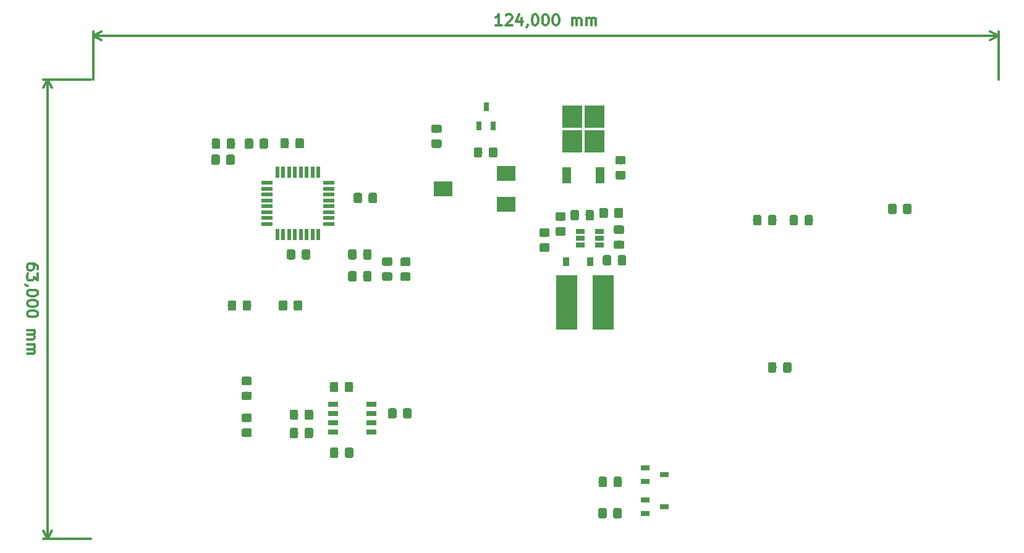
<source format=gbr>
G04 #@! TF.GenerationSoftware,KiCad,Pcbnew,(5.0.1)-3*
G04 #@! TF.CreationDate,2019-05-30T12:56:38+02:00*
G04 #@! TF.ProjectId,SudTempControl,53756454656D70436F6E74726F6C2E6B,rev?*
G04 #@! TF.SameCoordinates,Original*
G04 #@! TF.FileFunction,Paste,Bot*
G04 #@! TF.FilePolarity,Positive*
%FSLAX46Y46*%
G04 Gerber Fmt 4.6, Leading zero omitted, Abs format (unit mm)*
G04 Created by KiCad (PCBNEW (5.0.1)-3) date 30.05.2019 12:56:38*
%MOMM*%
%LPD*%
G01*
G04 APERTURE LIST*
%ADD10C,0.300000*%
%ADD11C,0.100000*%
%ADD12C,1.150000*%
%ADD13R,1.200000X2.200000*%
%ADD14R,2.750000X3.050000*%
%ADD15R,1.600000X0.550000*%
%ADD16R,0.550000X1.600000*%
%ADD17R,1.220000X0.650000*%
%ADD18R,3.000000X7.500000*%
%ADD19R,0.900000X1.200000*%
%ADD20R,1.450000X0.800000*%
%ADD21R,0.650000X1.220000*%
%ADD22R,2.500000X2.000000*%
G04 APERTURE END LIST*
D10*
X163928571Y-63578571D02*
X163071428Y-63578571D01*
X163500000Y-63578571D02*
X163500000Y-62078571D01*
X163357142Y-62292857D01*
X163214285Y-62435714D01*
X163071428Y-62507142D01*
X164500000Y-62221428D02*
X164571428Y-62150000D01*
X164714285Y-62078571D01*
X165071428Y-62078571D01*
X165214285Y-62150000D01*
X165285714Y-62221428D01*
X165357142Y-62364285D01*
X165357142Y-62507142D01*
X165285714Y-62721428D01*
X164428571Y-63578571D01*
X165357142Y-63578571D01*
X166642857Y-62578571D02*
X166642857Y-63578571D01*
X166285714Y-62007142D02*
X165928571Y-63078571D01*
X166857142Y-63078571D01*
X167500000Y-63507142D02*
X167500000Y-63578571D01*
X167428571Y-63721428D01*
X167357142Y-63792857D01*
X168428571Y-62078571D02*
X168571428Y-62078571D01*
X168714285Y-62150000D01*
X168785714Y-62221428D01*
X168857142Y-62364285D01*
X168928571Y-62650000D01*
X168928571Y-63007142D01*
X168857142Y-63292857D01*
X168785714Y-63435714D01*
X168714285Y-63507142D01*
X168571428Y-63578571D01*
X168428571Y-63578571D01*
X168285714Y-63507142D01*
X168214285Y-63435714D01*
X168142857Y-63292857D01*
X168071428Y-63007142D01*
X168071428Y-62650000D01*
X168142857Y-62364285D01*
X168214285Y-62221428D01*
X168285714Y-62150000D01*
X168428571Y-62078571D01*
X169857142Y-62078571D02*
X170000000Y-62078571D01*
X170142857Y-62150000D01*
X170214285Y-62221428D01*
X170285714Y-62364285D01*
X170357142Y-62650000D01*
X170357142Y-63007142D01*
X170285714Y-63292857D01*
X170214285Y-63435714D01*
X170142857Y-63507142D01*
X170000000Y-63578571D01*
X169857142Y-63578571D01*
X169714285Y-63507142D01*
X169642857Y-63435714D01*
X169571428Y-63292857D01*
X169500000Y-63007142D01*
X169500000Y-62650000D01*
X169571428Y-62364285D01*
X169642857Y-62221428D01*
X169714285Y-62150000D01*
X169857142Y-62078571D01*
X171285714Y-62078571D02*
X171428571Y-62078571D01*
X171571428Y-62150000D01*
X171642857Y-62221428D01*
X171714285Y-62364285D01*
X171785714Y-62650000D01*
X171785714Y-63007142D01*
X171714285Y-63292857D01*
X171642857Y-63435714D01*
X171571428Y-63507142D01*
X171428571Y-63578571D01*
X171285714Y-63578571D01*
X171142857Y-63507142D01*
X171071428Y-63435714D01*
X171000000Y-63292857D01*
X170928571Y-63007142D01*
X170928571Y-62650000D01*
X171000000Y-62364285D01*
X171071428Y-62221428D01*
X171142857Y-62150000D01*
X171285714Y-62078571D01*
X173571428Y-63578571D02*
X173571428Y-62578571D01*
X173571428Y-62721428D02*
X173642857Y-62650000D01*
X173785714Y-62578571D01*
X174000000Y-62578571D01*
X174142857Y-62650000D01*
X174214285Y-62792857D01*
X174214285Y-63578571D01*
X174214285Y-62792857D02*
X174285714Y-62650000D01*
X174428571Y-62578571D01*
X174642857Y-62578571D01*
X174785714Y-62650000D01*
X174857142Y-62792857D01*
X174857142Y-63578571D01*
X175571428Y-63578571D02*
X175571428Y-62578571D01*
X175571428Y-62721428D02*
X175642857Y-62650000D01*
X175785714Y-62578571D01*
X176000000Y-62578571D01*
X176142857Y-62650000D01*
X176214285Y-62792857D01*
X176214285Y-63578571D01*
X176214285Y-62792857D02*
X176285714Y-62650000D01*
X176428571Y-62578571D01*
X176642857Y-62578571D01*
X176785714Y-62650000D01*
X176857142Y-62792857D01*
X176857142Y-63578571D01*
X108000000Y-65000000D02*
X232000000Y-65000000D01*
X108000000Y-71000000D02*
X108000000Y-64413579D01*
X232000000Y-71000000D02*
X232000000Y-64413579D01*
X232000000Y-65000000D02*
X230873496Y-65586421D01*
X232000000Y-65000000D02*
X230873496Y-64413579D01*
X108000000Y-65000000D02*
X109126504Y-65586421D01*
X108000000Y-65000000D02*
X109126504Y-64413579D01*
X100405147Y-97000000D02*
X100405147Y-96714285D01*
X100333719Y-96571428D01*
X100262290Y-96500000D01*
X100048004Y-96357142D01*
X99762290Y-96285714D01*
X99190861Y-96285714D01*
X99048004Y-96357142D01*
X98976576Y-96428571D01*
X98905147Y-96571428D01*
X98905147Y-96857142D01*
X98976576Y-97000000D01*
X99048004Y-97071428D01*
X99190861Y-97142857D01*
X99548004Y-97142857D01*
X99690861Y-97071428D01*
X99762290Y-97000000D01*
X99833719Y-96857142D01*
X99833719Y-96571428D01*
X99762290Y-96428571D01*
X99690861Y-96357142D01*
X99548004Y-96285714D01*
X100405147Y-97642857D02*
X100405147Y-98571428D01*
X99833719Y-98071428D01*
X99833719Y-98285714D01*
X99762290Y-98428571D01*
X99690861Y-98500000D01*
X99548004Y-98571428D01*
X99190861Y-98571428D01*
X99048004Y-98500000D01*
X98976576Y-98428571D01*
X98905147Y-98285714D01*
X98905147Y-97857142D01*
X98976576Y-97714285D01*
X99048004Y-97642857D01*
X98976576Y-99285714D02*
X98905147Y-99285714D01*
X98762290Y-99214285D01*
X98690861Y-99142857D01*
X100405147Y-100214285D02*
X100405147Y-100357142D01*
X100333719Y-100500000D01*
X100262290Y-100571428D01*
X100119433Y-100642857D01*
X99833719Y-100714285D01*
X99476576Y-100714285D01*
X99190861Y-100642857D01*
X99048004Y-100571428D01*
X98976576Y-100500000D01*
X98905147Y-100357142D01*
X98905147Y-100214285D01*
X98976576Y-100071428D01*
X99048004Y-100000000D01*
X99190861Y-99928571D01*
X99476576Y-99857142D01*
X99833719Y-99857142D01*
X100119433Y-99928571D01*
X100262290Y-100000000D01*
X100333719Y-100071428D01*
X100405147Y-100214285D01*
X100405147Y-101642857D02*
X100405147Y-101785714D01*
X100333719Y-101928571D01*
X100262290Y-102000000D01*
X100119433Y-102071428D01*
X99833719Y-102142857D01*
X99476576Y-102142857D01*
X99190861Y-102071428D01*
X99048004Y-102000000D01*
X98976576Y-101928571D01*
X98905147Y-101785714D01*
X98905147Y-101642857D01*
X98976576Y-101500000D01*
X99048004Y-101428571D01*
X99190861Y-101357142D01*
X99476576Y-101285714D01*
X99833719Y-101285714D01*
X100119433Y-101357142D01*
X100262290Y-101428571D01*
X100333719Y-101500000D01*
X100405147Y-101642857D01*
X100405147Y-103071428D02*
X100405147Y-103214285D01*
X100333719Y-103357142D01*
X100262290Y-103428571D01*
X100119433Y-103500000D01*
X99833719Y-103571428D01*
X99476576Y-103571428D01*
X99190861Y-103500000D01*
X99048004Y-103428571D01*
X98976576Y-103357142D01*
X98905147Y-103214285D01*
X98905147Y-103071428D01*
X98976576Y-102928571D01*
X99048004Y-102857142D01*
X99190861Y-102785714D01*
X99476576Y-102714285D01*
X99833719Y-102714285D01*
X100119433Y-102785714D01*
X100262290Y-102857142D01*
X100333719Y-102928571D01*
X100405147Y-103071428D01*
X98905147Y-105357142D02*
X99905147Y-105357142D01*
X99762290Y-105357142D02*
X99833719Y-105428571D01*
X99905147Y-105571428D01*
X99905147Y-105785714D01*
X99833719Y-105928571D01*
X99690861Y-106000000D01*
X98905147Y-106000000D01*
X99690861Y-106000000D02*
X99833719Y-106071428D01*
X99905147Y-106214285D01*
X99905147Y-106428571D01*
X99833719Y-106571428D01*
X99690861Y-106642857D01*
X98905147Y-106642857D01*
X98905147Y-107357142D02*
X99905147Y-107357142D01*
X99762290Y-107357142D02*
X99833719Y-107428571D01*
X99905147Y-107571428D01*
X99905147Y-107785714D01*
X99833719Y-107928571D01*
X99690861Y-108000000D01*
X98905147Y-108000000D01*
X99690861Y-108000000D02*
X99833719Y-108071428D01*
X99905147Y-108214285D01*
X99905147Y-108428571D01*
X99833719Y-108571428D01*
X99690861Y-108642857D01*
X98905147Y-108642857D01*
X101683719Y-71000000D02*
X101683719Y-134000000D01*
X107683718Y-71000000D02*
X101097298Y-71000000D01*
X107683718Y-134000000D02*
X101097298Y-134000000D01*
X101683719Y-134000000D02*
X101097298Y-132873496D01*
X101683719Y-134000000D02*
X102270140Y-132873496D01*
X101683719Y-71000000D02*
X101097298Y-72126504D01*
X101683719Y-71000000D02*
X102270140Y-72126504D01*
D11*
G04 #@! TO.C,C18*
G36*
X180674505Y-81501204D02*
X180698773Y-81504804D01*
X180722572Y-81510765D01*
X180745671Y-81519030D01*
X180767850Y-81529520D01*
X180788893Y-81542132D01*
X180808599Y-81556747D01*
X180826777Y-81573223D01*
X180843253Y-81591401D01*
X180857868Y-81611107D01*
X180870480Y-81632150D01*
X180880970Y-81654329D01*
X180889235Y-81677428D01*
X180895196Y-81701227D01*
X180898796Y-81725495D01*
X180900000Y-81749999D01*
X180900000Y-82400001D01*
X180898796Y-82424505D01*
X180895196Y-82448773D01*
X180889235Y-82472572D01*
X180880970Y-82495671D01*
X180870480Y-82517850D01*
X180857868Y-82538893D01*
X180843253Y-82558599D01*
X180826777Y-82576777D01*
X180808599Y-82593253D01*
X180788893Y-82607868D01*
X180767850Y-82620480D01*
X180745671Y-82630970D01*
X180722572Y-82639235D01*
X180698773Y-82645196D01*
X180674505Y-82648796D01*
X180650001Y-82650000D01*
X179749999Y-82650000D01*
X179725495Y-82648796D01*
X179701227Y-82645196D01*
X179677428Y-82639235D01*
X179654329Y-82630970D01*
X179632150Y-82620480D01*
X179611107Y-82607868D01*
X179591401Y-82593253D01*
X179573223Y-82576777D01*
X179556747Y-82558599D01*
X179542132Y-82538893D01*
X179529520Y-82517850D01*
X179519030Y-82495671D01*
X179510765Y-82472572D01*
X179504804Y-82448773D01*
X179501204Y-82424505D01*
X179500000Y-82400001D01*
X179500000Y-81749999D01*
X179501204Y-81725495D01*
X179504804Y-81701227D01*
X179510765Y-81677428D01*
X179519030Y-81654329D01*
X179529520Y-81632150D01*
X179542132Y-81611107D01*
X179556747Y-81591401D01*
X179573223Y-81573223D01*
X179591401Y-81556747D01*
X179611107Y-81542132D01*
X179632150Y-81529520D01*
X179654329Y-81519030D01*
X179677428Y-81510765D01*
X179701227Y-81504804D01*
X179725495Y-81501204D01*
X179749999Y-81500000D01*
X180650001Y-81500000D01*
X180674505Y-81501204D01*
X180674505Y-81501204D01*
G37*
D12*
X180200000Y-82075000D03*
D11*
G36*
X180674505Y-83551204D02*
X180698773Y-83554804D01*
X180722572Y-83560765D01*
X180745671Y-83569030D01*
X180767850Y-83579520D01*
X180788893Y-83592132D01*
X180808599Y-83606747D01*
X180826777Y-83623223D01*
X180843253Y-83641401D01*
X180857868Y-83661107D01*
X180870480Y-83682150D01*
X180880970Y-83704329D01*
X180889235Y-83727428D01*
X180895196Y-83751227D01*
X180898796Y-83775495D01*
X180900000Y-83799999D01*
X180900000Y-84450001D01*
X180898796Y-84474505D01*
X180895196Y-84498773D01*
X180889235Y-84522572D01*
X180880970Y-84545671D01*
X180870480Y-84567850D01*
X180857868Y-84588893D01*
X180843253Y-84608599D01*
X180826777Y-84626777D01*
X180808599Y-84643253D01*
X180788893Y-84657868D01*
X180767850Y-84670480D01*
X180745671Y-84680970D01*
X180722572Y-84689235D01*
X180698773Y-84695196D01*
X180674505Y-84698796D01*
X180650001Y-84700000D01*
X179749999Y-84700000D01*
X179725495Y-84698796D01*
X179701227Y-84695196D01*
X179677428Y-84689235D01*
X179654329Y-84680970D01*
X179632150Y-84670480D01*
X179611107Y-84657868D01*
X179591401Y-84643253D01*
X179573223Y-84626777D01*
X179556747Y-84608599D01*
X179542132Y-84588893D01*
X179529520Y-84567850D01*
X179519030Y-84545671D01*
X179510765Y-84522572D01*
X179504804Y-84498773D01*
X179501204Y-84474505D01*
X179500000Y-84450001D01*
X179500000Y-83799999D01*
X179501204Y-83775495D01*
X179504804Y-83751227D01*
X179510765Y-83727428D01*
X179519030Y-83704329D01*
X179529520Y-83682150D01*
X179542132Y-83661107D01*
X179556747Y-83641401D01*
X179573223Y-83623223D01*
X179591401Y-83606747D01*
X179611107Y-83592132D01*
X179632150Y-83579520D01*
X179654329Y-83569030D01*
X179677428Y-83560765D01*
X179701227Y-83554804D01*
X179725495Y-83551204D01*
X179749999Y-83550000D01*
X180650001Y-83550000D01*
X180674505Y-83551204D01*
X180674505Y-83551204D01*
G37*
D12*
X180200000Y-84125000D03*
G04 #@! TD*
D13*
G04 #@! TO.C,U8*
X177380000Y-84100000D03*
X172820000Y-84100000D03*
D14*
X173575000Y-76125000D03*
X176625000Y-79475000D03*
X176625000Y-76125000D03*
X173575000Y-79475000D03*
G04 #@! TD*
D15*
G04 #@! TO.C,U1*
X140250000Y-90800000D03*
X140250000Y-90000000D03*
X140250000Y-89200000D03*
X140250000Y-88400000D03*
X140250000Y-87600000D03*
X140250000Y-86800000D03*
X140250000Y-86000000D03*
X140250000Y-85200000D03*
D16*
X138800000Y-83750000D03*
X138000000Y-83750000D03*
X137200000Y-83750000D03*
X136400000Y-83750000D03*
X135600000Y-83750000D03*
X134800000Y-83750000D03*
X134000000Y-83750000D03*
X133200000Y-83750000D03*
D15*
X131750000Y-85200000D03*
X131750000Y-86000000D03*
X131750000Y-86800000D03*
X131750000Y-87600000D03*
X131750000Y-88400000D03*
X131750000Y-89200000D03*
X131750000Y-90000000D03*
X131750000Y-90800000D03*
D16*
X133200000Y-92250000D03*
X134000000Y-92250000D03*
X134800000Y-92250000D03*
X135600000Y-92250000D03*
X136400000Y-92250000D03*
X137200000Y-92250000D03*
X138000000Y-92250000D03*
X138800000Y-92250000D03*
G04 #@! TD*
D11*
G04 #@! TO.C,C17*
G36*
X127124505Y-81301204D02*
X127148773Y-81304804D01*
X127172572Y-81310765D01*
X127195671Y-81319030D01*
X127217850Y-81329520D01*
X127238893Y-81342132D01*
X127258599Y-81356747D01*
X127276777Y-81373223D01*
X127293253Y-81391401D01*
X127307868Y-81411107D01*
X127320480Y-81432150D01*
X127330970Y-81454329D01*
X127339235Y-81477428D01*
X127345196Y-81501227D01*
X127348796Y-81525495D01*
X127350000Y-81549999D01*
X127350000Y-82450001D01*
X127348796Y-82474505D01*
X127345196Y-82498773D01*
X127339235Y-82522572D01*
X127330970Y-82545671D01*
X127320480Y-82567850D01*
X127307868Y-82588893D01*
X127293253Y-82608599D01*
X127276777Y-82626777D01*
X127258599Y-82643253D01*
X127238893Y-82657868D01*
X127217850Y-82670480D01*
X127195671Y-82680970D01*
X127172572Y-82689235D01*
X127148773Y-82695196D01*
X127124505Y-82698796D01*
X127100001Y-82700000D01*
X126449999Y-82700000D01*
X126425495Y-82698796D01*
X126401227Y-82695196D01*
X126377428Y-82689235D01*
X126354329Y-82680970D01*
X126332150Y-82670480D01*
X126311107Y-82657868D01*
X126291401Y-82643253D01*
X126273223Y-82626777D01*
X126256747Y-82608599D01*
X126242132Y-82588893D01*
X126229520Y-82567850D01*
X126219030Y-82545671D01*
X126210765Y-82522572D01*
X126204804Y-82498773D01*
X126201204Y-82474505D01*
X126200000Y-82450001D01*
X126200000Y-81549999D01*
X126201204Y-81525495D01*
X126204804Y-81501227D01*
X126210765Y-81477428D01*
X126219030Y-81454329D01*
X126229520Y-81432150D01*
X126242132Y-81411107D01*
X126256747Y-81391401D01*
X126273223Y-81373223D01*
X126291401Y-81356747D01*
X126311107Y-81342132D01*
X126332150Y-81329520D01*
X126354329Y-81319030D01*
X126377428Y-81310765D01*
X126401227Y-81304804D01*
X126425495Y-81301204D01*
X126449999Y-81300000D01*
X127100001Y-81300000D01*
X127124505Y-81301204D01*
X127124505Y-81301204D01*
G37*
D12*
X126775000Y-82000000D03*
D11*
G36*
X125074505Y-81301204D02*
X125098773Y-81304804D01*
X125122572Y-81310765D01*
X125145671Y-81319030D01*
X125167850Y-81329520D01*
X125188893Y-81342132D01*
X125208599Y-81356747D01*
X125226777Y-81373223D01*
X125243253Y-81391401D01*
X125257868Y-81411107D01*
X125270480Y-81432150D01*
X125280970Y-81454329D01*
X125289235Y-81477428D01*
X125295196Y-81501227D01*
X125298796Y-81525495D01*
X125300000Y-81549999D01*
X125300000Y-82450001D01*
X125298796Y-82474505D01*
X125295196Y-82498773D01*
X125289235Y-82522572D01*
X125280970Y-82545671D01*
X125270480Y-82567850D01*
X125257868Y-82588893D01*
X125243253Y-82608599D01*
X125226777Y-82626777D01*
X125208599Y-82643253D01*
X125188893Y-82657868D01*
X125167850Y-82670480D01*
X125145671Y-82680970D01*
X125122572Y-82689235D01*
X125098773Y-82695196D01*
X125074505Y-82698796D01*
X125050001Y-82700000D01*
X124399999Y-82700000D01*
X124375495Y-82698796D01*
X124351227Y-82695196D01*
X124327428Y-82689235D01*
X124304329Y-82680970D01*
X124282150Y-82670480D01*
X124261107Y-82657868D01*
X124241401Y-82643253D01*
X124223223Y-82626777D01*
X124206747Y-82608599D01*
X124192132Y-82588893D01*
X124179520Y-82567850D01*
X124169030Y-82545671D01*
X124160765Y-82522572D01*
X124154804Y-82498773D01*
X124151204Y-82474505D01*
X124150000Y-82450001D01*
X124150000Y-81549999D01*
X124151204Y-81525495D01*
X124154804Y-81501227D01*
X124160765Y-81477428D01*
X124169030Y-81454329D01*
X124179520Y-81432150D01*
X124192132Y-81411107D01*
X124206747Y-81391401D01*
X124223223Y-81373223D01*
X124241401Y-81356747D01*
X124261107Y-81342132D01*
X124282150Y-81329520D01*
X124304329Y-81319030D01*
X124327428Y-81310765D01*
X124351227Y-81304804D01*
X124375495Y-81301204D01*
X124399999Y-81300000D01*
X125050001Y-81300000D01*
X125074505Y-81301204D01*
X125074505Y-81301204D01*
G37*
D12*
X124725000Y-82000000D03*
G04 #@! TD*
D11*
G04 #@! TO.C,R15*
G36*
X127174505Y-79101204D02*
X127198773Y-79104804D01*
X127222572Y-79110765D01*
X127245671Y-79119030D01*
X127267850Y-79129520D01*
X127288893Y-79142132D01*
X127308599Y-79156747D01*
X127326777Y-79173223D01*
X127343253Y-79191401D01*
X127357868Y-79211107D01*
X127370480Y-79232150D01*
X127380970Y-79254329D01*
X127389235Y-79277428D01*
X127395196Y-79301227D01*
X127398796Y-79325495D01*
X127400000Y-79349999D01*
X127400000Y-80250001D01*
X127398796Y-80274505D01*
X127395196Y-80298773D01*
X127389235Y-80322572D01*
X127380970Y-80345671D01*
X127370480Y-80367850D01*
X127357868Y-80388893D01*
X127343253Y-80408599D01*
X127326777Y-80426777D01*
X127308599Y-80443253D01*
X127288893Y-80457868D01*
X127267850Y-80470480D01*
X127245671Y-80480970D01*
X127222572Y-80489235D01*
X127198773Y-80495196D01*
X127174505Y-80498796D01*
X127150001Y-80500000D01*
X126499999Y-80500000D01*
X126475495Y-80498796D01*
X126451227Y-80495196D01*
X126427428Y-80489235D01*
X126404329Y-80480970D01*
X126382150Y-80470480D01*
X126361107Y-80457868D01*
X126341401Y-80443253D01*
X126323223Y-80426777D01*
X126306747Y-80408599D01*
X126292132Y-80388893D01*
X126279520Y-80367850D01*
X126269030Y-80345671D01*
X126260765Y-80322572D01*
X126254804Y-80298773D01*
X126251204Y-80274505D01*
X126250000Y-80250001D01*
X126250000Y-79349999D01*
X126251204Y-79325495D01*
X126254804Y-79301227D01*
X126260765Y-79277428D01*
X126269030Y-79254329D01*
X126279520Y-79232150D01*
X126292132Y-79211107D01*
X126306747Y-79191401D01*
X126323223Y-79173223D01*
X126341401Y-79156747D01*
X126361107Y-79142132D01*
X126382150Y-79129520D01*
X126404329Y-79119030D01*
X126427428Y-79110765D01*
X126451227Y-79104804D01*
X126475495Y-79101204D01*
X126499999Y-79100000D01*
X127150001Y-79100000D01*
X127174505Y-79101204D01*
X127174505Y-79101204D01*
G37*
D12*
X126825000Y-79800000D03*
D11*
G36*
X125124505Y-79101204D02*
X125148773Y-79104804D01*
X125172572Y-79110765D01*
X125195671Y-79119030D01*
X125217850Y-79129520D01*
X125238893Y-79142132D01*
X125258599Y-79156747D01*
X125276777Y-79173223D01*
X125293253Y-79191401D01*
X125307868Y-79211107D01*
X125320480Y-79232150D01*
X125330970Y-79254329D01*
X125339235Y-79277428D01*
X125345196Y-79301227D01*
X125348796Y-79325495D01*
X125350000Y-79349999D01*
X125350000Y-80250001D01*
X125348796Y-80274505D01*
X125345196Y-80298773D01*
X125339235Y-80322572D01*
X125330970Y-80345671D01*
X125320480Y-80367850D01*
X125307868Y-80388893D01*
X125293253Y-80408599D01*
X125276777Y-80426777D01*
X125258599Y-80443253D01*
X125238893Y-80457868D01*
X125217850Y-80470480D01*
X125195671Y-80480970D01*
X125172572Y-80489235D01*
X125148773Y-80495196D01*
X125124505Y-80498796D01*
X125100001Y-80500000D01*
X124449999Y-80500000D01*
X124425495Y-80498796D01*
X124401227Y-80495196D01*
X124377428Y-80489235D01*
X124354329Y-80480970D01*
X124332150Y-80470480D01*
X124311107Y-80457868D01*
X124291401Y-80443253D01*
X124273223Y-80426777D01*
X124256747Y-80408599D01*
X124242132Y-80388893D01*
X124229520Y-80367850D01*
X124219030Y-80345671D01*
X124210765Y-80322572D01*
X124204804Y-80298773D01*
X124201204Y-80274505D01*
X124200000Y-80250001D01*
X124200000Y-79349999D01*
X124201204Y-79325495D01*
X124204804Y-79301227D01*
X124210765Y-79277428D01*
X124219030Y-79254329D01*
X124229520Y-79232150D01*
X124242132Y-79211107D01*
X124256747Y-79191401D01*
X124273223Y-79173223D01*
X124291401Y-79156747D01*
X124311107Y-79142132D01*
X124332150Y-79129520D01*
X124354329Y-79119030D01*
X124377428Y-79110765D01*
X124401227Y-79104804D01*
X124425495Y-79101204D01*
X124449999Y-79100000D01*
X125100001Y-79100000D01*
X125124505Y-79101204D01*
X125124505Y-79101204D01*
G37*
D12*
X124775000Y-79800000D03*
G04 #@! TD*
D11*
G04 #@! TO.C,R16*
G36*
X129474505Y-116826204D02*
X129498773Y-116829804D01*
X129522572Y-116835765D01*
X129545671Y-116844030D01*
X129567850Y-116854520D01*
X129588893Y-116867132D01*
X129608599Y-116881747D01*
X129626777Y-116898223D01*
X129643253Y-116916401D01*
X129657868Y-116936107D01*
X129670480Y-116957150D01*
X129680970Y-116979329D01*
X129689235Y-117002428D01*
X129695196Y-117026227D01*
X129698796Y-117050495D01*
X129700000Y-117074999D01*
X129700000Y-117725001D01*
X129698796Y-117749505D01*
X129695196Y-117773773D01*
X129689235Y-117797572D01*
X129680970Y-117820671D01*
X129670480Y-117842850D01*
X129657868Y-117863893D01*
X129643253Y-117883599D01*
X129626777Y-117901777D01*
X129608599Y-117918253D01*
X129588893Y-117932868D01*
X129567850Y-117945480D01*
X129545671Y-117955970D01*
X129522572Y-117964235D01*
X129498773Y-117970196D01*
X129474505Y-117973796D01*
X129450001Y-117975000D01*
X128549999Y-117975000D01*
X128525495Y-117973796D01*
X128501227Y-117970196D01*
X128477428Y-117964235D01*
X128454329Y-117955970D01*
X128432150Y-117945480D01*
X128411107Y-117932868D01*
X128391401Y-117918253D01*
X128373223Y-117901777D01*
X128356747Y-117883599D01*
X128342132Y-117863893D01*
X128329520Y-117842850D01*
X128319030Y-117820671D01*
X128310765Y-117797572D01*
X128304804Y-117773773D01*
X128301204Y-117749505D01*
X128300000Y-117725001D01*
X128300000Y-117074999D01*
X128301204Y-117050495D01*
X128304804Y-117026227D01*
X128310765Y-117002428D01*
X128319030Y-116979329D01*
X128329520Y-116957150D01*
X128342132Y-116936107D01*
X128356747Y-116916401D01*
X128373223Y-116898223D01*
X128391401Y-116881747D01*
X128411107Y-116867132D01*
X128432150Y-116854520D01*
X128454329Y-116844030D01*
X128477428Y-116835765D01*
X128501227Y-116829804D01*
X128525495Y-116826204D01*
X128549999Y-116825000D01*
X129450001Y-116825000D01*
X129474505Y-116826204D01*
X129474505Y-116826204D01*
G37*
D12*
X129000000Y-117400000D03*
D11*
G36*
X129474505Y-118876204D02*
X129498773Y-118879804D01*
X129522572Y-118885765D01*
X129545671Y-118894030D01*
X129567850Y-118904520D01*
X129588893Y-118917132D01*
X129608599Y-118931747D01*
X129626777Y-118948223D01*
X129643253Y-118966401D01*
X129657868Y-118986107D01*
X129670480Y-119007150D01*
X129680970Y-119029329D01*
X129689235Y-119052428D01*
X129695196Y-119076227D01*
X129698796Y-119100495D01*
X129700000Y-119124999D01*
X129700000Y-119775001D01*
X129698796Y-119799505D01*
X129695196Y-119823773D01*
X129689235Y-119847572D01*
X129680970Y-119870671D01*
X129670480Y-119892850D01*
X129657868Y-119913893D01*
X129643253Y-119933599D01*
X129626777Y-119951777D01*
X129608599Y-119968253D01*
X129588893Y-119982868D01*
X129567850Y-119995480D01*
X129545671Y-120005970D01*
X129522572Y-120014235D01*
X129498773Y-120020196D01*
X129474505Y-120023796D01*
X129450001Y-120025000D01*
X128549999Y-120025000D01*
X128525495Y-120023796D01*
X128501227Y-120020196D01*
X128477428Y-120014235D01*
X128454329Y-120005970D01*
X128432150Y-119995480D01*
X128411107Y-119982868D01*
X128391401Y-119968253D01*
X128373223Y-119951777D01*
X128356747Y-119933599D01*
X128342132Y-119913893D01*
X128329520Y-119892850D01*
X128319030Y-119870671D01*
X128310765Y-119847572D01*
X128304804Y-119823773D01*
X128301204Y-119799505D01*
X128300000Y-119775001D01*
X128300000Y-119124999D01*
X128301204Y-119100495D01*
X128304804Y-119076227D01*
X128310765Y-119052428D01*
X128319030Y-119029329D01*
X128329520Y-119007150D01*
X128342132Y-118986107D01*
X128356747Y-118966401D01*
X128373223Y-118948223D01*
X128391401Y-118931747D01*
X128411107Y-118917132D01*
X128432150Y-118904520D01*
X128454329Y-118894030D01*
X128477428Y-118885765D01*
X128501227Y-118879804D01*
X128525495Y-118876204D01*
X128549999Y-118875000D01*
X129450001Y-118875000D01*
X129474505Y-118876204D01*
X129474505Y-118876204D01*
G37*
D12*
X129000000Y-119450000D03*
G04 #@! TD*
D11*
G04 #@! TO.C,R17*
G36*
X129474505Y-113826204D02*
X129498773Y-113829804D01*
X129522572Y-113835765D01*
X129545671Y-113844030D01*
X129567850Y-113854520D01*
X129588893Y-113867132D01*
X129608599Y-113881747D01*
X129626777Y-113898223D01*
X129643253Y-113916401D01*
X129657868Y-113936107D01*
X129670480Y-113957150D01*
X129680970Y-113979329D01*
X129689235Y-114002428D01*
X129695196Y-114026227D01*
X129698796Y-114050495D01*
X129700000Y-114074999D01*
X129700000Y-114725001D01*
X129698796Y-114749505D01*
X129695196Y-114773773D01*
X129689235Y-114797572D01*
X129680970Y-114820671D01*
X129670480Y-114842850D01*
X129657868Y-114863893D01*
X129643253Y-114883599D01*
X129626777Y-114901777D01*
X129608599Y-114918253D01*
X129588893Y-114932868D01*
X129567850Y-114945480D01*
X129545671Y-114955970D01*
X129522572Y-114964235D01*
X129498773Y-114970196D01*
X129474505Y-114973796D01*
X129450001Y-114975000D01*
X128549999Y-114975000D01*
X128525495Y-114973796D01*
X128501227Y-114970196D01*
X128477428Y-114964235D01*
X128454329Y-114955970D01*
X128432150Y-114945480D01*
X128411107Y-114932868D01*
X128391401Y-114918253D01*
X128373223Y-114901777D01*
X128356747Y-114883599D01*
X128342132Y-114863893D01*
X128329520Y-114842850D01*
X128319030Y-114820671D01*
X128310765Y-114797572D01*
X128304804Y-114773773D01*
X128301204Y-114749505D01*
X128300000Y-114725001D01*
X128300000Y-114074999D01*
X128301204Y-114050495D01*
X128304804Y-114026227D01*
X128310765Y-114002428D01*
X128319030Y-113979329D01*
X128329520Y-113957150D01*
X128342132Y-113936107D01*
X128356747Y-113916401D01*
X128373223Y-113898223D01*
X128391401Y-113881747D01*
X128411107Y-113867132D01*
X128432150Y-113854520D01*
X128454329Y-113844030D01*
X128477428Y-113835765D01*
X128501227Y-113829804D01*
X128525495Y-113826204D01*
X128549999Y-113825000D01*
X129450001Y-113825000D01*
X129474505Y-113826204D01*
X129474505Y-113826204D01*
G37*
D12*
X129000000Y-114400000D03*
D11*
G36*
X129474505Y-111776204D02*
X129498773Y-111779804D01*
X129522572Y-111785765D01*
X129545671Y-111794030D01*
X129567850Y-111804520D01*
X129588893Y-111817132D01*
X129608599Y-111831747D01*
X129626777Y-111848223D01*
X129643253Y-111866401D01*
X129657868Y-111886107D01*
X129670480Y-111907150D01*
X129680970Y-111929329D01*
X129689235Y-111952428D01*
X129695196Y-111976227D01*
X129698796Y-112000495D01*
X129700000Y-112024999D01*
X129700000Y-112675001D01*
X129698796Y-112699505D01*
X129695196Y-112723773D01*
X129689235Y-112747572D01*
X129680970Y-112770671D01*
X129670480Y-112792850D01*
X129657868Y-112813893D01*
X129643253Y-112833599D01*
X129626777Y-112851777D01*
X129608599Y-112868253D01*
X129588893Y-112882868D01*
X129567850Y-112895480D01*
X129545671Y-112905970D01*
X129522572Y-112914235D01*
X129498773Y-112920196D01*
X129474505Y-112923796D01*
X129450001Y-112925000D01*
X128549999Y-112925000D01*
X128525495Y-112923796D01*
X128501227Y-112920196D01*
X128477428Y-112914235D01*
X128454329Y-112905970D01*
X128432150Y-112895480D01*
X128411107Y-112882868D01*
X128391401Y-112868253D01*
X128373223Y-112851777D01*
X128356747Y-112833599D01*
X128342132Y-112813893D01*
X128329520Y-112792850D01*
X128319030Y-112770671D01*
X128310765Y-112747572D01*
X128304804Y-112723773D01*
X128301204Y-112699505D01*
X128300000Y-112675001D01*
X128300000Y-112024999D01*
X128301204Y-112000495D01*
X128304804Y-111976227D01*
X128310765Y-111952428D01*
X128319030Y-111929329D01*
X128329520Y-111907150D01*
X128342132Y-111886107D01*
X128356747Y-111866401D01*
X128373223Y-111848223D01*
X128391401Y-111831747D01*
X128411107Y-111817132D01*
X128432150Y-111804520D01*
X128454329Y-111794030D01*
X128477428Y-111785765D01*
X128501227Y-111779804D01*
X128525495Y-111776204D01*
X128549999Y-111775000D01*
X129450001Y-111775000D01*
X129474505Y-111776204D01*
X129474505Y-111776204D01*
G37*
D12*
X129000000Y-112350000D03*
G04 #@! TD*
D11*
G04 #@! TO.C,R18*
G36*
X144574505Y-86551204D02*
X144598773Y-86554804D01*
X144622572Y-86560765D01*
X144645671Y-86569030D01*
X144667850Y-86579520D01*
X144688893Y-86592132D01*
X144708599Y-86606747D01*
X144726777Y-86623223D01*
X144743253Y-86641401D01*
X144757868Y-86661107D01*
X144770480Y-86682150D01*
X144780970Y-86704329D01*
X144789235Y-86727428D01*
X144795196Y-86751227D01*
X144798796Y-86775495D01*
X144800000Y-86799999D01*
X144800000Y-87700001D01*
X144798796Y-87724505D01*
X144795196Y-87748773D01*
X144789235Y-87772572D01*
X144780970Y-87795671D01*
X144770480Y-87817850D01*
X144757868Y-87838893D01*
X144743253Y-87858599D01*
X144726777Y-87876777D01*
X144708599Y-87893253D01*
X144688893Y-87907868D01*
X144667850Y-87920480D01*
X144645671Y-87930970D01*
X144622572Y-87939235D01*
X144598773Y-87945196D01*
X144574505Y-87948796D01*
X144550001Y-87950000D01*
X143899999Y-87950000D01*
X143875495Y-87948796D01*
X143851227Y-87945196D01*
X143827428Y-87939235D01*
X143804329Y-87930970D01*
X143782150Y-87920480D01*
X143761107Y-87907868D01*
X143741401Y-87893253D01*
X143723223Y-87876777D01*
X143706747Y-87858599D01*
X143692132Y-87838893D01*
X143679520Y-87817850D01*
X143669030Y-87795671D01*
X143660765Y-87772572D01*
X143654804Y-87748773D01*
X143651204Y-87724505D01*
X143650000Y-87700001D01*
X143650000Y-86799999D01*
X143651204Y-86775495D01*
X143654804Y-86751227D01*
X143660765Y-86727428D01*
X143669030Y-86704329D01*
X143679520Y-86682150D01*
X143692132Y-86661107D01*
X143706747Y-86641401D01*
X143723223Y-86623223D01*
X143741401Y-86606747D01*
X143761107Y-86592132D01*
X143782150Y-86579520D01*
X143804329Y-86569030D01*
X143827428Y-86560765D01*
X143851227Y-86554804D01*
X143875495Y-86551204D01*
X143899999Y-86550000D01*
X144550001Y-86550000D01*
X144574505Y-86551204D01*
X144574505Y-86551204D01*
G37*
D12*
X144225000Y-87250000D03*
D11*
G36*
X146624505Y-86551204D02*
X146648773Y-86554804D01*
X146672572Y-86560765D01*
X146695671Y-86569030D01*
X146717850Y-86579520D01*
X146738893Y-86592132D01*
X146758599Y-86606747D01*
X146776777Y-86623223D01*
X146793253Y-86641401D01*
X146807868Y-86661107D01*
X146820480Y-86682150D01*
X146830970Y-86704329D01*
X146839235Y-86727428D01*
X146845196Y-86751227D01*
X146848796Y-86775495D01*
X146850000Y-86799999D01*
X146850000Y-87700001D01*
X146848796Y-87724505D01*
X146845196Y-87748773D01*
X146839235Y-87772572D01*
X146830970Y-87795671D01*
X146820480Y-87817850D01*
X146807868Y-87838893D01*
X146793253Y-87858599D01*
X146776777Y-87876777D01*
X146758599Y-87893253D01*
X146738893Y-87907868D01*
X146717850Y-87920480D01*
X146695671Y-87930970D01*
X146672572Y-87939235D01*
X146648773Y-87945196D01*
X146624505Y-87948796D01*
X146600001Y-87950000D01*
X145949999Y-87950000D01*
X145925495Y-87948796D01*
X145901227Y-87945196D01*
X145877428Y-87939235D01*
X145854329Y-87930970D01*
X145832150Y-87920480D01*
X145811107Y-87907868D01*
X145791401Y-87893253D01*
X145773223Y-87876777D01*
X145756747Y-87858599D01*
X145742132Y-87838893D01*
X145729520Y-87817850D01*
X145719030Y-87795671D01*
X145710765Y-87772572D01*
X145704804Y-87748773D01*
X145701204Y-87724505D01*
X145700000Y-87700001D01*
X145700000Y-86799999D01*
X145701204Y-86775495D01*
X145704804Y-86751227D01*
X145710765Y-86727428D01*
X145719030Y-86704329D01*
X145729520Y-86682150D01*
X145742132Y-86661107D01*
X145756747Y-86641401D01*
X145773223Y-86623223D01*
X145791401Y-86606747D01*
X145811107Y-86592132D01*
X145832150Y-86579520D01*
X145854329Y-86569030D01*
X145877428Y-86560765D01*
X145901227Y-86554804D01*
X145925495Y-86551204D01*
X145949999Y-86550000D01*
X146600001Y-86550000D01*
X146624505Y-86551204D01*
X146624505Y-86551204D01*
G37*
D12*
X146275000Y-87250000D03*
G04 #@! TD*
D11*
G04 #@! TO.C,R14*
G36*
X131699505Y-79101204D02*
X131723773Y-79104804D01*
X131747572Y-79110765D01*
X131770671Y-79119030D01*
X131792850Y-79129520D01*
X131813893Y-79142132D01*
X131833599Y-79156747D01*
X131851777Y-79173223D01*
X131868253Y-79191401D01*
X131882868Y-79211107D01*
X131895480Y-79232150D01*
X131905970Y-79254329D01*
X131914235Y-79277428D01*
X131920196Y-79301227D01*
X131923796Y-79325495D01*
X131925000Y-79349999D01*
X131925000Y-80250001D01*
X131923796Y-80274505D01*
X131920196Y-80298773D01*
X131914235Y-80322572D01*
X131905970Y-80345671D01*
X131895480Y-80367850D01*
X131882868Y-80388893D01*
X131868253Y-80408599D01*
X131851777Y-80426777D01*
X131833599Y-80443253D01*
X131813893Y-80457868D01*
X131792850Y-80470480D01*
X131770671Y-80480970D01*
X131747572Y-80489235D01*
X131723773Y-80495196D01*
X131699505Y-80498796D01*
X131675001Y-80500000D01*
X131024999Y-80500000D01*
X131000495Y-80498796D01*
X130976227Y-80495196D01*
X130952428Y-80489235D01*
X130929329Y-80480970D01*
X130907150Y-80470480D01*
X130886107Y-80457868D01*
X130866401Y-80443253D01*
X130848223Y-80426777D01*
X130831747Y-80408599D01*
X130817132Y-80388893D01*
X130804520Y-80367850D01*
X130794030Y-80345671D01*
X130785765Y-80322572D01*
X130779804Y-80298773D01*
X130776204Y-80274505D01*
X130775000Y-80250001D01*
X130775000Y-79349999D01*
X130776204Y-79325495D01*
X130779804Y-79301227D01*
X130785765Y-79277428D01*
X130794030Y-79254329D01*
X130804520Y-79232150D01*
X130817132Y-79211107D01*
X130831747Y-79191401D01*
X130848223Y-79173223D01*
X130866401Y-79156747D01*
X130886107Y-79142132D01*
X130907150Y-79129520D01*
X130929329Y-79119030D01*
X130952428Y-79110765D01*
X130976227Y-79104804D01*
X131000495Y-79101204D01*
X131024999Y-79100000D01*
X131675001Y-79100000D01*
X131699505Y-79101204D01*
X131699505Y-79101204D01*
G37*
D12*
X131350000Y-79800000D03*
D11*
G36*
X129649505Y-79101204D02*
X129673773Y-79104804D01*
X129697572Y-79110765D01*
X129720671Y-79119030D01*
X129742850Y-79129520D01*
X129763893Y-79142132D01*
X129783599Y-79156747D01*
X129801777Y-79173223D01*
X129818253Y-79191401D01*
X129832868Y-79211107D01*
X129845480Y-79232150D01*
X129855970Y-79254329D01*
X129864235Y-79277428D01*
X129870196Y-79301227D01*
X129873796Y-79325495D01*
X129875000Y-79349999D01*
X129875000Y-80250001D01*
X129873796Y-80274505D01*
X129870196Y-80298773D01*
X129864235Y-80322572D01*
X129855970Y-80345671D01*
X129845480Y-80367850D01*
X129832868Y-80388893D01*
X129818253Y-80408599D01*
X129801777Y-80426777D01*
X129783599Y-80443253D01*
X129763893Y-80457868D01*
X129742850Y-80470480D01*
X129720671Y-80480970D01*
X129697572Y-80489235D01*
X129673773Y-80495196D01*
X129649505Y-80498796D01*
X129625001Y-80500000D01*
X128974999Y-80500000D01*
X128950495Y-80498796D01*
X128926227Y-80495196D01*
X128902428Y-80489235D01*
X128879329Y-80480970D01*
X128857150Y-80470480D01*
X128836107Y-80457868D01*
X128816401Y-80443253D01*
X128798223Y-80426777D01*
X128781747Y-80408599D01*
X128767132Y-80388893D01*
X128754520Y-80367850D01*
X128744030Y-80345671D01*
X128735765Y-80322572D01*
X128729804Y-80298773D01*
X128726204Y-80274505D01*
X128725000Y-80250001D01*
X128725000Y-79349999D01*
X128726204Y-79325495D01*
X128729804Y-79301227D01*
X128735765Y-79277428D01*
X128744030Y-79254329D01*
X128754520Y-79232150D01*
X128767132Y-79211107D01*
X128781747Y-79191401D01*
X128798223Y-79173223D01*
X128816401Y-79156747D01*
X128836107Y-79142132D01*
X128857150Y-79129520D01*
X128879329Y-79119030D01*
X128902428Y-79110765D01*
X128926227Y-79104804D01*
X128950495Y-79101204D01*
X128974999Y-79100000D01*
X129625001Y-79100000D01*
X129649505Y-79101204D01*
X129649505Y-79101204D01*
G37*
D12*
X129300000Y-79800000D03*
G04 #@! TD*
D11*
G04 #@! TO.C,C14*
G36*
X134549505Y-79051204D02*
X134573773Y-79054804D01*
X134597572Y-79060765D01*
X134620671Y-79069030D01*
X134642850Y-79079520D01*
X134663893Y-79092132D01*
X134683599Y-79106747D01*
X134701777Y-79123223D01*
X134718253Y-79141401D01*
X134732868Y-79161107D01*
X134745480Y-79182150D01*
X134755970Y-79204329D01*
X134764235Y-79227428D01*
X134770196Y-79251227D01*
X134773796Y-79275495D01*
X134775000Y-79299999D01*
X134775000Y-80200001D01*
X134773796Y-80224505D01*
X134770196Y-80248773D01*
X134764235Y-80272572D01*
X134755970Y-80295671D01*
X134745480Y-80317850D01*
X134732868Y-80338893D01*
X134718253Y-80358599D01*
X134701777Y-80376777D01*
X134683599Y-80393253D01*
X134663893Y-80407868D01*
X134642850Y-80420480D01*
X134620671Y-80430970D01*
X134597572Y-80439235D01*
X134573773Y-80445196D01*
X134549505Y-80448796D01*
X134525001Y-80450000D01*
X133874999Y-80450000D01*
X133850495Y-80448796D01*
X133826227Y-80445196D01*
X133802428Y-80439235D01*
X133779329Y-80430970D01*
X133757150Y-80420480D01*
X133736107Y-80407868D01*
X133716401Y-80393253D01*
X133698223Y-80376777D01*
X133681747Y-80358599D01*
X133667132Y-80338893D01*
X133654520Y-80317850D01*
X133644030Y-80295671D01*
X133635765Y-80272572D01*
X133629804Y-80248773D01*
X133626204Y-80224505D01*
X133625000Y-80200001D01*
X133625000Y-79299999D01*
X133626204Y-79275495D01*
X133629804Y-79251227D01*
X133635765Y-79227428D01*
X133644030Y-79204329D01*
X133654520Y-79182150D01*
X133667132Y-79161107D01*
X133681747Y-79141401D01*
X133698223Y-79123223D01*
X133716401Y-79106747D01*
X133736107Y-79092132D01*
X133757150Y-79079520D01*
X133779329Y-79069030D01*
X133802428Y-79060765D01*
X133826227Y-79054804D01*
X133850495Y-79051204D01*
X133874999Y-79050000D01*
X134525001Y-79050000D01*
X134549505Y-79051204D01*
X134549505Y-79051204D01*
G37*
D12*
X134200000Y-79750000D03*
D11*
G36*
X136599505Y-79051204D02*
X136623773Y-79054804D01*
X136647572Y-79060765D01*
X136670671Y-79069030D01*
X136692850Y-79079520D01*
X136713893Y-79092132D01*
X136733599Y-79106747D01*
X136751777Y-79123223D01*
X136768253Y-79141401D01*
X136782868Y-79161107D01*
X136795480Y-79182150D01*
X136805970Y-79204329D01*
X136814235Y-79227428D01*
X136820196Y-79251227D01*
X136823796Y-79275495D01*
X136825000Y-79299999D01*
X136825000Y-80200001D01*
X136823796Y-80224505D01*
X136820196Y-80248773D01*
X136814235Y-80272572D01*
X136805970Y-80295671D01*
X136795480Y-80317850D01*
X136782868Y-80338893D01*
X136768253Y-80358599D01*
X136751777Y-80376777D01*
X136733599Y-80393253D01*
X136713893Y-80407868D01*
X136692850Y-80420480D01*
X136670671Y-80430970D01*
X136647572Y-80439235D01*
X136623773Y-80445196D01*
X136599505Y-80448796D01*
X136575001Y-80450000D01*
X135924999Y-80450000D01*
X135900495Y-80448796D01*
X135876227Y-80445196D01*
X135852428Y-80439235D01*
X135829329Y-80430970D01*
X135807150Y-80420480D01*
X135786107Y-80407868D01*
X135766401Y-80393253D01*
X135748223Y-80376777D01*
X135731747Y-80358599D01*
X135717132Y-80338893D01*
X135704520Y-80317850D01*
X135694030Y-80295671D01*
X135685765Y-80272572D01*
X135679804Y-80248773D01*
X135676204Y-80224505D01*
X135675000Y-80200001D01*
X135675000Y-79299999D01*
X135676204Y-79275495D01*
X135679804Y-79251227D01*
X135685765Y-79227428D01*
X135694030Y-79204329D01*
X135704520Y-79182150D01*
X135717132Y-79161107D01*
X135731747Y-79141401D01*
X135748223Y-79123223D01*
X135766401Y-79106747D01*
X135786107Y-79092132D01*
X135807150Y-79079520D01*
X135829329Y-79069030D01*
X135852428Y-79060765D01*
X135876227Y-79054804D01*
X135900495Y-79051204D01*
X135924999Y-79050000D01*
X136575001Y-79050000D01*
X136599505Y-79051204D01*
X136599505Y-79051204D01*
G37*
D12*
X136250000Y-79750000D03*
G04 #@! TD*
D11*
G04 #@! TO.C,C13*
G36*
X180299505Y-88601204D02*
X180323773Y-88604804D01*
X180347572Y-88610765D01*
X180370671Y-88619030D01*
X180392850Y-88629520D01*
X180413893Y-88642132D01*
X180433599Y-88656747D01*
X180451777Y-88673223D01*
X180468253Y-88691401D01*
X180482868Y-88711107D01*
X180495480Y-88732150D01*
X180505970Y-88754329D01*
X180514235Y-88777428D01*
X180520196Y-88801227D01*
X180523796Y-88825495D01*
X180525000Y-88849999D01*
X180525000Y-89750001D01*
X180523796Y-89774505D01*
X180520196Y-89798773D01*
X180514235Y-89822572D01*
X180505970Y-89845671D01*
X180495480Y-89867850D01*
X180482868Y-89888893D01*
X180468253Y-89908599D01*
X180451777Y-89926777D01*
X180433599Y-89943253D01*
X180413893Y-89957868D01*
X180392850Y-89970480D01*
X180370671Y-89980970D01*
X180347572Y-89989235D01*
X180323773Y-89995196D01*
X180299505Y-89998796D01*
X180275001Y-90000000D01*
X179624999Y-90000000D01*
X179600495Y-89998796D01*
X179576227Y-89995196D01*
X179552428Y-89989235D01*
X179529329Y-89980970D01*
X179507150Y-89970480D01*
X179486107Y-89957868D01*
X179466401Y-89943253D01*
X179448223Y-89926777D01*
X179431747Y-89908599D01*
X179417132Y-89888893D01*
X179404520Y-89867850D01*
X179394030Y-89845671D01*
X179385765Y-89822572D01*
X179379804Y-89798773D01*
X179376204Y-89774505D01*
X179375000Y-89750001D01*
X179375000Y-88849999D01*
X179376204Y-88825495D01*
X179379804Y-88801227D01*
X179385765Y-88777428D01*
X179394030Y-88754329D01*
X179404520Y-88732150D01*
X179417132Y-88711107D01*
X179431747Y-88691401D01*
X179448223Y-88673223D01*
X179466401Y-88656747D01*
X179486107Y-88642132D01*
X179507150Y-88629520D01*
X179529329Y-88619030D01*
X179552428Y-88610765D01*
X179576227Y-88604804D01*
X179600495Y-88601204D01*
X179624999Y-88600000D01*
X180275001Y-88600000D01*
X180299505Y-88601204D01*
X180299505Y-88601204D01*
G37*
D12*
X179950000Y-89300000D03*
D11*
G36*
X178249505Y-88601204D02*
X178273773Y-88604804D01*
X178297572Y-88610765D01*
X178320671Y-88619030D01*
X178342850Y-88629520D01*
X178363893Y-88642132D01*
X178383599Y-88656747D01*
X178401777Y-88673223D01*
X178418253Y-88691401D01*
X178432868Y-88711107D01*
X178445480Y-88732150D01*
X178455970Y-88754329D01*
X178464235Y-88777428D01*
X178470196Y-88801227D01*
X178473796Y-88825495D01*
X178475000Y-88849999D01*
X178475000Y-89750001D01*
X178473796Y-89774505D01*
X178470196Y-89798773D01*
X178464235Y-89822572D01*
X178455970Y-89845671D01*
X178445480Y-89867850D01*
X178432868Y-89888893D01*
X178418253Y-89908599D01*
X178401777Y-89926777D01*
X178383599Y-89943253D01*
X178363893Y-89957868D01*
X178342850Y-89970480D01*
X178320671Y-89980970D01*
X178297572Y-89989235D01*
X178273773Y-89995196D01*
X178249505Y-89998796D01*
X178225001Y-90000000D01*
X177574999Y-90000000D01*
X177550495Y-89998796D01*
X177526227Y-89995196D01*
X177502428Y-89989235D01*
X177479329Y-89980970D01*
X177457150Y-89970480D01*
X177436107Y-89957868D01*
X177416401Y-89943253D01*
X177398223Y-89926777D01*
X177381747Y-89908599D01*
X177367132Y-89888893D01*
X177354520Y-89867850D01*
X177344030Y-89845671D01*
X177335765Y-89822572D01*
X177329804Y-89798773D01*
X177326204Y-89774505D01*
X177325000Y-89750001D01*
X177325000Y-88849999D01*
X177326204Y-88825495D01*
X177329804Y-88801227D01*
X177335765Y-88777428D01*
X177344030Y-88754329D01*
X177354520Y-88732150D01*
X177367132Y-88711107D01*
X177381747Y-88691401D01*
X177398223Y-88673223D01*
X177416401Y-88656747D01*
X177436107Y-88642132D01*
X177457150Y-88629520D01*
X177479329Y-88619030D01*
X177502428Y-88610765D01*
X177526227Y-88604804D01*
X177550495Y-88601204D01*
X177574999Y-88600000D01*
X178225001Y-88600000D01*
X178249505Y-88601204D01*
X178249505Y-88601204D01*
G37*
D12*
X177900000Y-89300000D03*
G04 #@! TD*
D17*
G04 #@! TO.C,T3*
X186210000Y-125200000D03*
X183590000Y-124250000D03*
X183590000Y-126150000D03*
G04 #@! TD*
D11*
G04 #@! TO.C,R13*
G36*
X178099505Y-129801204D02*
X178123773Y-129804804D01*
X178147572Y-129810765D01*
X178170671Y-129819030D01*
X178192850Y-129829520D01*
X178213893Y-129842132D01*
X178233599Y-129856747D01*
X178251777Y-129873223D01*
X178268253Y-129891401D01*
X178282868Y-129911107D01*
X178295480Y-129932150D01*
X178305970Y-129954329D01*
X178314235Y-129977428D01*
X178320196Y-130001227D01*
X178323796Y-130025495D01*
X178325000Y-130049999D01*
X178325000Y-130950001D01*
X178323796Y-130974505D01*
X178320196Y-130998773D01*
X178314235Y-131022572D01*
X178305970Y-131045671D01*
X178295480Y-131067850D01*
X178282868Y-131088893D01*
X178268253Y-131108599D01*
X178251777Y-131126777D01*
X178233599Y-131143253D01*
X178213893Y-131157868D01*
X178192850Y-131170480D01*
X178170671Y-131180970D01*
X178147572Y-131189235D01*
X178123773Y-131195196D01*
X178099505Y-131198796D01*
X178075001Y-131200000D01*
X177424999Y-131200000D01*
X177400495Y-131198796D01*
X177376227Y-131195196D01*
X177352428Y-131189235D01*
X177329329Y-131180970D01*
X177307150Y-131170480D01*
X177286107Y-131157868D01*
X177266401Y-131143253D01*
X177248223Y-131126777D01*
X177231747Y-131108599D01*
X177217132Y-131088893D01*
X177204520Y-131067850D01*
X177194030Y-131045671D01*
X177185765Y-131022572D01*
X177179804Y-130998773D01*
X177176204Y-130974505D01*
X177175000Y-130950001D01*
X177175000Y-130049999D01*
X177176204Y-130025495D01*
X177179804Y-130001227D01*
X177185765Y-129977428D01*
X177194030Y-129954329D01*
X177204520Y-129932150D01*
X177217132Y-129911107D01*
X177231747Y-129891401D01*
X177248223Y-129873223D01*
X177266401Y-129856747D01*
X177286107Y-129842132D01*
X177307150Y-129829520D01*
X177329329Y-129819030D01*
X177352428Y-129810765D01*
X177376227Y-129804804D01*
X177400495Y-129801204D01*
X177424999Y-129800000D01*
X178075001Y-129800000D01*
X178099505Y-129801204D01*
X178099505Y-129801204D01*
G37*
D12*
X177750000Y-130500000D03*
D11*
G36*
X180149505Y-129801204D02*
X180173773Y-129804804D01*
X180197572Y-129810765D01*
X180220671Y-129819030D01*
X180242850Y-129829520D01*
X180263893Y-129842132D01*
X180283599Y-129856747D01*
X180301777Y-129873223D01*
X180318253Y-129891401D01*
X180332868Y-129911107D01*
X180345480Y-129932150D01*
X180355970Y-129954329D01*
X180364235Y-129977428D01*
X180370196Y-130001227D01*
X180373796Y-130025495D01*
X180375000Y-130049999D01*
X180375000Y-130950001D01*
X180373796Y-130974505D01*
X180370196Y-130998773D01*
X180364235Y-131022572D01*
X180355970Y-131045671D01*
X180345480Y-131067850D01*
X180332868Y-131088893D01*
X180318253Y-131108599D01*
X180301777Y-131126777D01*
X180283599Y-131143253D01*
X180263893Y-131157868D01*
X180242850Y-131170480D01*
X180220671Y-131180970D01*
X180197572Y-131189235D01*
X180173773Y-131195196D01*
X180149505Y-131198796D01*
X180125001Y-131200000D01*
X179474999Y-131200000D01*
X179450495Y-131198796D01*
X179426227Y-131195196D01*
X179402428Y-131189235D01*
X179379329Y-131180970D01*
X179357150Y-131170480D01*
X179336107Y-131157868D01*
X179316401Y-131143253D01*
X179298223Y-131126777D01*
X179281747Y-131108599D01*
X179267132Y-131088893D01*
X179254520Y-131067850D01*
X179244030Y-131045671D01*
X179235765Y-131022572D01*
X179229804Y-130998773D01*
X179226204Y-130974505D01*
X179225000Y-130950001D01*
X179225000Y-130049999D01*
X179226204Y-130025495D01*
X179229804Y-130001227D01*
X179235765Y-129977428D01*
X179244030Y-129954329D01*
X179254520Y-129932150D01*
X179267132Y-129911107D01*
X179281747Y-129891401D01*
X179298223Y-129873223D01*
X179316401Y-129856747D01*
X179336107Y-129842132D01*
X179357150Y-129829520D01*
X179379329Y-129819030D01*
X179402428Y-129810765D01*
X179426227Y-129804804D01*
X179450495Y-129801204D01*
X179474999Y-129800000D01*
X180125001Y-129800000D01*
X180149505Y-129801204D01*
X180149505Y-129801204D01*
G37*
D12*
X179800000Y-130500000D03*
G04 #@! TD*
D11*
G04 #@! TO.C,R12*
G36*
X178124505Y-125501204D02*
X178148773Y-125504804D01*
X178172572Y-125510765D01*
X178195671Y-125519030D01*
X178217850Y-125529520D01*
X178238893Y-125542132D01*
X178258599Y-125556747D01*
X178276777Y-125573223D01*
X178293253Y-125591401D01*
X178307868Y-125611107D01*
X178320480Y-125632150D01*
X178330970Y-125654329D01*
X178339235Y-125677428D01*
X178345196Y-125701227D01*
X178348796Y-125725495D01*
X178350000Y-125749999D01*
X178350000Y-126650001D01*
X178348796Y-126674505D01*
X178345196Y-126698773D01*
X178339235Y-126722572D01*
X178330970Y-126745671D01*
X178320480Y-126767850D01*
X178307868Y-126788893D01*
X178293253Y-126808599D01*
X178276777Y-126826777D01*
X178258599Y-126843253D01*
X178238893Y-126857868D01*
X178217850Y-126870480D01*
X178195671Y-126880970D01*
X178172572Y-126889235D01*
X178148773Y-126895196D01*
X178124505Y-126898796D01*
X178100001Y-126900000D01*
X177449999Y-126900000D01*
X177425495Y-126898796D01*
X177401227Y-126895196D01*
X177377428Y-126889235D01*
X177354329Y-126880970D01*
X177332150Y-126870480D01*
X177311107Y-126857868D01*
X177291401Y-126843253D01*
X177273223Y-126826777D01*
X177256747Y-126808599D01*
X177242132Y-126788893D01*
X177229520Y-126767850D01*
X177219030Y-126745671D01*
X177210765Y-126722572D01*
X177204804Y-126698773D01*
X177201204Y-126674505D01*
X177200000Y-126650001D01*
X177200000Y-125749999D01*
X177201204Y-125725495D01*
X177204804Y-125701227D01*
X177210765Y-125677428D01*
X177219030Y-125654329D01*
X177229520Y-125632150D01*
X177242132Y-125611107D01*
X177256747Y-125591401D01*
X177273223Y-125573223D01*
X177291401Y-125556747D01*
X177311107Y-125542132D01*
X177332150Y-125529520D01*
X177354329Y-125519030D01*
X177377428Y-125510765D01*
X177401227Y-125504804D01*
X177425495Y-125501204D01*
X177449999Y-125500000D01*
X178100001Y-125500000D01*
X178124505Y-125501204D01*
X178124505Y-125501204D01*
G37*
D12*
X177775000Y-126200000D03*
D11*
G36*
X180174505Y-125501204D02*
X180198773Y-125504804D01*
X180222572Y-125510765D01*
X180245671Y-125519030D01*
X180267850Y-125529520D01*
X180288893Y-125542132D01*
X180308599Y-125556747D01*
X180326777Y-125573223D01*
X180343253Y-125591401D01*
X180357868Y-125611107D01*
X180370480Y-125632150D01*
X180380970Y-125654329D01*
X180389235Y-125677428D01*
X180395196Y-125701227D01*
X180398796Y-125725495D01*
X180400000Y-125749999D01*
X180400000Y-126650001D01*
X180398796Y-126674505D01*
X180395196Y-126698773D01*
X180389235Y-126722572D01*
X180380970Y-126745671D01*
X180370480Y-126767850D01*
X180357868Y-126788893D01*
X180343253Y-126808599D01*
X180326777Y-126826777D01*
X180308599Y-126843253D01*
X180288893Y-126857868D01*
X180267850Y-126870480D01*
X180245671Y-126880970D01*
X180222572Y-126889235D01*
X180198773Y-126895196D01*
X180174505Y-126898796D01*
X180150001Y-126900000D01*
X179499999Y-126900000D01*
X179475495Y-126898796D01*
X179451227Y-126895196D01*
X179427428Y-126889235D01*
X179404329Y-126880970D01*
X179382150Y-126870480D01*
X179361107Y-126857868D01*
X179341401Y-126843253D01*
X179323223Y-126826777D01*
X179306747Y-126808599D01*
X179292132Y-126788893D01*
X179279520Y-126767850D01*
X179269030Y-126745671D01*
X179260765Y-126722572D01*
X179254804Y-126698773D01*
X179251204Y-126674505D01*
X179250000Y-126650001D01*
X179250000Y-125749999D01*
X179251204Y-125725495D01*
X179254804Y-125701227D01*
X179260765Y-125677428D01*
X179269030Y-125654329D01*
X179279520Y-125632150D01*
X179292132Y-125611107D01*
X179306747Y-125591401D01*
X179323223Y-125573223D01*
X179341401Y-125556747D01*
X179361107Y-125542132D01*
X179382150Y-125529520D01*
X179404329Y-125519030D01*
X179427428Y-125510765D01*
X179451227Y-125504804D01*
X179475495Y-125501204D01*
X179499999Y-125500000D01*
X180150001Y-125500000D01*
X180174505Y-125501204D01*
X180174505Y-125501204D01*
G37*
D12*
X179825000Y-126200000D03*
G04 #@! TD*
D18*
G04 #@! TO.C,L1*
X172800000Y-101600000D03*
X177800000Y-101600000D03*
G04 #@! TD*
D19*
G04 #@! TO.C,D1*
X172750000Y-96000000D03*
X176050000Y-96000000D03*
G04 #@! TD*
D11*
G04 #@! TO.C,C3*
G36*
X174299505Y-88901204D02*
X174323773Y-88904804D01*
X174347572Y-88910765D01*
X174370671Y-88919030D01*
X174392850Y-88929520D01*
X174413893Y-88942132D01*
X174433599Y-88956747D01*
X174451777Y-88973223D01*
X174468253Y-88991401D01*
X174482868Y-89011107D01*
X174495480Y-89032150D01*
X174505970Y-89054329D01*
X174514235Y-89077428D01*
X174520196Y-89101227D01*
X174523796Y-89125495D01*
X174525000Y-89149999D01*
X174525000Y-90050001D01*
X174523796Y-90074505D01*
X174520196Y-90098773D01*
X174514235Y-90122572D01*
X174505970Y-90145671D01*
X174495480Y-90167850D01*
X174482868Y-90188893D01*
X174468253Y-90208599D01*
X174451777Y-90226777D01*
X174433599Y-90243253D01*
X174413893Y-90257868D01*
X174392850Y-90270480D01*
X174370671Y-90280970D01*
X174347572Y-90289235D01*
X174323773Y-90295196D01*
X174299505Y-90298796D01*
X174275001Y-90300000D01*
X173624999Y-90300000D01*
X173600495Y-90298796D01*
X173576227Y-90295196D01*
X173552428Y-90289235D01*
X173529329Y-90280970D01*
X173507150Y-90270480D01*
X173486107Y-90257868D01*
X173466401Y-90243253D01*
X173448223Y-90226777D01*
X173431747Y-90208599D01*
X173417132Y-90188893D01*
X173404520Y-90167850D01*
X173394030Y-90145671D01*
X173385765Y-90122572D01*
X173379804Y-90098773D01*
X173376204Y-90074505D01*
X173375000Y-90050001D01*
X173375000Y-89149999D01*
X173376204Y-89125495D01*
X173379804Y-89101227D01*
X173385765Y-89077428D01*
X173394030Y-89054329D01*
X173404520Y-89032150D01*
X173417132Y-89011107D01*
X173431747Y-88991401D01*
X173448223Y-88973223D01*
X173466401Y-88956747D01*
X173486107Y-88942132D01*
X173507150Y-88929520D01*
X173529329Y-88919030D01*
X173552428Y-88910765D01*
X173576227Y-88904804D01*
X173600495Y-88901204D01*
X173624999Y-88900000D01*
X174275001Y-88900000D01*
X174299505Y-88901204D01*
X174299505Y-88901204D01*
G37*
D12*
X173950000Y-89600000D03*
D11*
G36*
X176349505Y-88901204D02*
X176373773Y-88904804D01*
X176397572Y-88910765D01*
X176420671Y-88919030D01*
X176442850Y-88929520D01*
X176463893Y-88942132D01*
X176483599Y-88956747D01*
X176501777Y-88973223D01*
X176518253Y-88991401D01*
X176532868Y-89011107D01*
X176545480Y-89032150D01*
X176555970Y-89054329D01*
X176564235Y-89077428D01*
X176570196Y-89101227D01*
X176573796Y-89125495D01*
X176575000Y-89149999D01*
X176575000Y-90050001D01*
X176573796Y-90074505D01*
X176570196Y-90098773D01*
X176564235Y-90122572D01*
X176555970Y-90145671D01*
X176545480Y-90167850D01*
X176532868Y-90188893D01*
X176518253Y-90208599D01*
X176501777Y-90226777D01*
X176483599Y-90243253D01*
X176463893Y-90257868D01*
X176442850Y-90270480D01*
X176420671Y-90280970D01*
X176397572Y-90289235D01*
X176373773Y-90295196D01*
X176349505Y-90298796D01*
X176325001Y-90300000D01*
X175674999Y-90300000D01*
X175650495Y-90298796D01*
X175626227Y-90295196D01*
X175602428Y-90289235D01*
X175579329Y-90280970D01*
X175557150Y-90270480D01*
X175536107Y-90257868D01*
X175516401Y-90243253D01*
X175498223Y-90226777D01*
X175481747Y-90208599D01*
X175467132Y-90188893D01*
X175454520Y-90167850D01*
X175444030Y-90145671D01*
X175435765Y-90122572D01*
X175429804Y-90098773D01*
X175426204Y-90074505D01*
X175425000Y-90050001D01*
X175425000Y-89149999D01*
X175426204Y-89125495D01*
X175429804Y-89101227D01*
X175435765Y-89077428D01*
X175444030Y-89054329D01*
X175454520Y-89032150D01*
X175467132Y-89011107D01*
X175481747Y-88991401D01*
X175498223Y-88973223D01*
X175516401Y-88956747D01*
X175536107Y-88942132D01*
X175557150Y-88929520D01*
X175579329Y-88919030D01*
X175602428Y-88910765D01*
X175626227Y-88904804D01*
X175650495Y-88901204D01*
X175674999Y-88900000D01*
X176325001Y-88900000D01*
X176349505Y-88901204D01*
X176349505Y-88901204D01*
G37*
D12*
X176000000Y-89600000D03*
G04 #@! TD*
D11*
G04 #@! TO.C,C12*
G36*
X180749505Y-95101204D02*
X180773773Y-95104804D01*
X180797572Y-95110765D01*
X180820671Y-95119030D01*
X180842850Y-95129520D01*
X180863893Y-95142132D01*
X180883599Y-95156747D01*
X180901777Y-95173223D01*
X180918253Y-95191401D01*
X180932868Y-95211107D01*
X180945480Y-95232150D01*
X180955970Y-95254329D01*
X180964235Y-95277428D01*
X180970196Y-95301227D01*
X180973796Y-95325495D01*
X180975000Y-95349999D01*
X180975000Y-96250001D01*
X180973796Y-96274505D01*
X180970196Y-96298773D01*
X180964235Y-96322572D01*
X180955970Y-96345671D01*
X180945480Y-96367850D01*
X180932868Y-96388893D01*
X180918253Y-96408599D01*
X180901777Y-96426777D01*
X180883599Y-96443253D01*
X180863893Y-96457868D01*
X180842850Y-96470480D01*
X180820671Y-96480970D01*
X180797572Y-96489235D01*
X180773773Y-96495196D01*
X180749505Y-96498796D01*
X180725001Y-96500000D01*
X180074999Y-96500000D01*
X180050495Y-96498796D01*
X180026227Y-96495196D01*
X180002428Y-96489235D01*
X179979329Y-96480970D01*
X179957150Y-96470480D01*
X179936107Y-96457868D01*
X179916401Y-96443253D01*
X179898223Y-96426777D01*
X179881747Y-96408599D01*
X179867132Y-96388893D01*
X179854520Y-96367850D01*
X179844030Y-96345671D01*
X179835765Y-96322572D01*
X179829804Y-96298773D01*
X179826204Y-96274505D01*
X179825000Y-96250001D01*
X179825000Y-95349999D01*
X179826204Y-95325495D01*
X179829804Y-95301227D01*
X179835765Y-95277428D01*
X179844030Y-95254329D01*
X179854520Y-95232150D01*
X179867132Y-95211107D01*
X179881747Y-95191401D01*
X179898223Y-95173223D01*
X179916401Y-95156747D01*
X179936107Y-95142132D01*
X179957150Y-95129520D01*
X179979329Y-95119030D01*
X180002428Y-95110765D01*
X180026227Y-95104804D01*
X180050495Y-95101204D01*
X180074999Y-95100000D01*
X180725001Y-95100000D01*
X180749505Y-95101204D01*
X180749505Y-95101204D01*
G37*
D12*
X180400000Y-95800000D03*
D11*
G36*
X178699505Y-95101204D02*
X178723773Y-95104804D01*
X178747572Y-95110765D01*
X178770671Y-95119030D01*
X178792850Y-95129520D01*
X178813893Y-95142132D01*
X178833599Y-95156747D01*
X178851777Y-95173223D01*
X178868253Y-95191401D01*
X178882868Y-95211107D01*
X178895480Y-95232150D01*
X178905970Y-95254329D01*
X178914235Y-95277428D01*
X178920196Y-95301227D01*
X178923796Y-95325495D01*
X178925000Y-95349999D01*
X178925000Y-96250001D01*
X178923796Y-96274505D01*
X178920196Y-96298773D01*
X178914235Y-96322572D01*
X178905970Y-96345671D01*
X178895480Y-96367850D01*
X178882868Y-96388893D01*
X178868253Y-96408599D01*
X178851777Y-96426777D01*
X178833599Y-96443253D01*
X178813893Y-96457868D01*
X178792850Y-96470480D01*
X178770671Y-96480970D01*
X178747572Y-96489235D01*
X178723773Y-96495196D01*
X178699505Y-96498796D01*
X178675001Y-96500000D01*
X178024999Y-96500000D01*
X178000495Y-96498796D01*
X177976227Y-96495196D01*
X177952428Y-96489235D01*
X177929329Y-96480970D01*
X177907150Y-96470480D01*
X177886107Y-96457868D01*
X177866401Y-96443253D01*
X177848223Y-96426777D01*
X177831747Y-96408599D01*
X177817132Y-96388893D01*
X177804520Y-96367850D01*
X177794030Y-96345671D01*
X177785765Y-96322572D01*
X177779804Y-96298773D01*
X177776204Y-96274505D01*
X177775000Y-96250001D01*
X177775000Y-95349999D01*
X177776204Y-95325495D01*
X177779804Y-95301227D01*
X177785765Y-95277428D01*
X177794030Y-95254329D01*
X177804520Y-95232150D01*
X177817132Y-95211107D01*
X177831747Y-95191401D01*
X177848223Y-95173223D01*
X177866401Y-95156747D01*
X177886107Y-95142132D01*
X177907150Y-95129520D01*
X177929329Y-95119030D01*
X177952428Y-95110765D01*
X177976227Y-95104804D01*
X178000495Y-95101204D01*
X178024999Y-95100000D01*
X178675001Y-95100000D01*
X178699505Y-95101204D01*
X178699505Y-95101204D01*
G37*
D12*
X178350000Y-95800000D03*
G04 #@! TD*
D11*
G04 #@! TO.C,C11*
G36*
X141324505Y-121501204D02*
X141348773Y-121504804D01*
X141372572Y-121510765D01*
X141395671Y-121519030D01*
X141417850Y-121529520D01*
X141438893Y-121542132D01*
X141458599Y-121556747D01*
X141476777Y-121573223D01*
X141493253Y-121591401D01*
X141507868Y-121611107D01*
X141520480Y-121632150D01*
X141530970Y-121654329D01*
X141539235Y-121677428D01*
X141545196Y-121701227D01*
X141548796Y-121725495D01*
X141550000Y-121749999D01*
X141550000Y-122650001D01*
X141548796Y-122674505D01*
X141545196Y-122698773D01*
X141539235Y-122722572D01*
X141530970Y-122745671D01*
X141520480Y-122767850D01*
X141507868Y-122788893D01*
X141493253Y-122808599D01*
X141476777Y-122826777D01*
X141458599Y-122843253D01*
X141438893Y-122857868D01*
X141417850Y-122870480D01*
X141395671Y-122880970D01*
X141372572Y-122889235D01*
X141348773Y-122895196D01*
X141324505Y-122898796D01*
X141300001Y-122900000D01*
X140649999Y-122900000D01*
X140625495Y-122898796D01*
X140601227Y-122895196D01*
X140577428Y-122889235D01*
X140554329Y-122880970D01*
X140532150Y-122870480D01*
X140511107Y-122857868D01*
X140491401Y-122843253D01*
X140473223Y-122826777D01*
X140456747Y-122808599D01*
X140442132Y-122788893D01*
X140429520Y-122767850D01*
X140419030Y-122745671D01*
X140410765Y-122722572D01*
X140404804Y-122698773D01*
X140401204Y-122674505D01*
X140400000Y-122650001D01*
X140400000Y-121749999D01*
X140401204Y-121725495D01*
X140404804Y-121701227D01*
X140410765Y-121677428D01*
X140419030Y-121654329D01*
X140429520Y-121632150D01*
X140442132Y-121611107D01*
X140456747Y-121591401D01*
X140473223Y-121573223D01*
X140491401Y-121556747D01*
X140511107Y-121542132D01*
X140532150Y-121529520D01*
X140554329Y-121519030D01*
X140577428Y-121510765D01*
X140601227Y-121504804D01*
X140625495Y-121501204D01*
X140649999Y-121500000D01*
X141300001Y-121500000D01*
X141324505Y-121501204D01*
X141324505Y-121501204D01*
G37*
D12*
X140975000Y-122200000D03*
D11*
G36*
X143374505Y-121501204D02*
X143398773Y-121504804D01*
X143422572Y-121510765D01*
X143445671Y-121519030D01*
X143467850Y-121529520D01*
X143488893Y-121542132D01*
X143508599Y-121556747D01*
X143526777Y-121573223D01*
X143543253Y-121591401D01*
X143557868Y-121611107D01*
X143570480Y-121632150D01*
X143580970Y-121654329D01*
X143589235Y-121677428D01*
X143595196Y-121701227D01*
X143598796Y-121725495D01*
X143600000Y-121749999D01*
X143600000Y-122650001D01*
X143598796Y-122674505D01*
X143595196Y-122698773D01*
X143589235Y-122722572D01*
X143580970Y-122745671D01*
X143570480Y-122767850D01*
X143557868Y-122788893D01*
X143543253Y-122808599D01*
X143526777Y-122826777D01*
X143508599Y-122843253D01*
X143488893Y-122857868D01*
X143467850Y-122870480D01*
X143445671Y-122880970D01*
X143422572Y-122889235D01*
X143398773Y-122895196D01*
X143374505Y-122898796D01*
X143350001Y-122900000D01*
X142699999Y-122900000D01*
X142675495Y-122898796D01*
X142651227Y-122895196D01*
X142627428Y-122889235D01*
X142604329Y-122880970D01*
X142582150Y-122870480D01*
X142561107Y-122857868D01*
X142541401Y-122843253D01*
X142523223Y-122826777D01*
X142506747Y-122808599D01*
X142492132Y-122788893D01*
X142479520Y-122767850D01*
X142469030Y-122745671D01*
X142460765Y-122722572D01*
X142454804Y-122698773D01*
X142451204Y-122674505D01*
X142450000Y-122650001D01*
X142450000Y-121749999D01*
X142451204Y-121725495D01*
X142454804Y-121701227D01*
X142460765Y-121677428D01*
X142469030Y-121654329D01*
X142479520Y-121632150D01*
X142492132Y-121611107D01*
X142506747Y-121591401D01*
X142523223Y-121573223D01*
X142541401Y-121556747D01*
X142561107Y-121542132D01*
X142582150Y-121529520D01*
X142604329Y-121519030D01*
X142627428Y-121510765D01*
X142651227Y-121504804D01*
X142675495Y-121501204D01*
X142699999Y-121500000D01*
X143350001Y-121500000D01*
X143374505Y-121501204D01*
X143374505Y-121501204D01*
G37*
D12*
X143025000Y-122200000D03*
G04 #@! TD*
D11*
G04 #@! TO.C,C9*
G36*
X148724505Y-95401204D02*
X148748773Y-95404804D01*
X148772572Y-95410765D01*
X148795671Y-95419030D01*
X148817850Y-95429520D01*
X148838893Y-95442132D01*
X148858599Y-95456747D01*
X148876777Y-95473223D01*
X148893253Y-95491401D01*
X148907868Y-95511107D01*
X148920480Y-95532150D01*
X148930970Y-95554329D01*
X148939235Y-95577428D01*
X148945196Y-95601227D01*
X148948796Y-95625495D01*
X148950000Y-95649999D01*
X148950000Y-96300001D01*
X148948796Y-96324505D01*
X148945196Y-96348773D01*
X148939235Y-96372572D01*
X148930970Y-96395671D01*
X148920480Y-96417850D01*
X148907868Y-96438893D01*
X148893253Y-96458599D01*
X148876777Y-96476777D01*
X148858599Y-96493253D01*
X148838893Y-96507868D01*
X148817850Y-96520480D01*
X148795671Y-96530970D01*
X148772572Y-96539235D01*
X148748773Y-96545196D01*
X148724505Y-96548796D01*
X148700001Y-96550000D01*
X147799999Y-96550000D01*
X147775495Y-96548796D01*
X147751227Y-96545196D01*
X147727428Y-96539235D01*
X147704329Y-96530970D01*
X147682150Y-96520480D01*
X147661107Y-96507868D01*
X147641401Y-96493253D01*
X147623223Y-96476777D01*
X147606747Y-96458599D01*
X147592132Y-96438893D01*
X147579520Y-96417850D01*
X147569030Y-96395671D01*
X147560765Y-96372572D01*
X147554804Y-96348773D01*
X147551204Y-96324505D01*
X147550000Y-96300001D01*
X147550000Y-95649999D01*
X147551204Y-95625495D01*
X147554804Y-95601227D01*
X147560765Y-95577428D01*
X147569030Y-95554329D01*
X147579520Y-95532150D01*
X147592132Y-95511107D01*
X147606747Y-95491401D01*
X147623223Y-95473223D01*
X147641401Y-95456747D01*
X147661107Y-95442132D01*
X147682150Y-95429520D01*
X147704329Y-95419030D01*
X147727428Y-95410765D01*
X147751227Y-95404804D01*
X147775495Y-95401204D01*
X147799999Y-95400000D01*
X148700001Y-95400000D01*
X148724505Y-95401204D01*
X148724505Y-95401204D01*
G37*
D12*
X148250000Y-95975000D03*
D11*
G36*
X148724505Y-97451204D02*
X148748773Y-97454804D01*
X148772572Y-97460765D01*
X148795671Y-97469030D01*
X148817850Y-97479520D01*
X148838893Y-97492132D01*
X148858599Y-97506747D01*
X148876777Y-97523223D01*
X148893253Y-97541401D01*
X148907868Y-97561107D01*
X148920480Y-97582150D01*
X148930970Y-97604329D01*
X148939235Y-97627428D01*
X148945196Y-97651227D01*
X148948796Y-97675495D01*
X148950000Y-97699999D01*
X148950000Y-98350001D01*
X148948796Y-98374505D01*
X148945196Y-98398773D01*
X148939235Y-98422572D01*
X148930970Y-98445671D01*
X148920480Y-98467850D01*
X148907868Y-98488893D01*
X148893253Y-98508599D01*
X148876777Y-98526777D01*
X148858599Y-98543253D01*
X148838893Y-98557868D01*
X148817850Y-98570480D01*
X148795671Y-98580970D01*
X148772572Y-98589235D01*
X148748773Y-98595196D01*
X148724505Y-98598796D01*
X148700001Y-98600000D01*
X147799999Y-98600000D01*
X147775495Y-98598796D01*
X147751227Y-98595196D01*
X147727428Y-98589235D01*
X147704329Y-98580970D01*
X147682150Y-98570480D01*
X147661107Y-98557868D01*
X147641401Y-98543253D01*
X147623223Y-98526777D01*
X147606747Y-98508599D01*
X147592132Y-98488893D01*
X147579520Y-98467850D01*
X147569030Y-98445671D01*
X147560765Y-98422572D01*
X147554804Y-98398773D01*
X147551204Y-98374505D01*
X147550000Y-98350001D01*
X147550000Y-97699999D01*
X147551204Y-97675495D01*
X147554804Y-97651227D01*
X147560765Y-97627428D01*
X147569030Y-97604329D01*
X147579520Y-97582150D01*
X147592132Y-97561107D01*
X147606747Y-97541401D01*
X147623223Y-97523223D01*
X147641401Y-97506747D01*
X147661107Y-97492132D01*
X147682150Y-97479520D01*
X147704329Y-97469030D01*
X147727428Y-97460765D01*
X147751227Y-97454804D01*
X147775495Y-97451204D01*
X147799999Y-97450000D01*
X148700001Y-97450000D01*
X148724505Y-97451204D01*
X148724505Y-97451204D01*
G37*
D12*
X148250000Y-98025000D03*
G04 #@! TD*
D11*
G04 #@! TO.C,C7*
G36*
X201349505Y-109801204D02*
X201373773Y-109804804D01*
X201397572Y-109810765D01*
X201420671Y-109819030D01*
X201442850Y-109829520D01*
X201463893Y-109842132D01*
X201483599Y-109856747D01*
X201501777Y-109873223D01*
X201518253Y-109891401D01*
X201532868Y-109911107D01*
X201545480Y-109932150D01*
X201555970Y-109954329D01*
X201564235Y-109977428D01*
X201570196Y-110001227D01*
X201573796Y-110025495D01*
X201575000Y-110049999D01*
X201575000Y-110950001D01*
X201573796Y-110974505D01*
X201570196Y-110998773D01*
X201564235Y-111022572D01*
X201555970Y-111045671D01*
X201545480Y-111067850D01*
X201532868Y-111088893D01*
X201518253Y-111108599D01*
X201501777Y-111126777D01*
X201483599Y-111143253D01*
X201463893Y-111157868D01*
X201442850Y-111170480D01*
X201420671Y-111180970D01*
X201397572Y-111189235D01*
X201373773Y-111195196D01*
X201349505Y-111198796D01*
X201325001Y-111200000D01*
X200674999Y-111200000D01*
X200650495Y-111198796D01*
X200626227Y-111195196D01*
X200602428Y-111189235D01*
X200579329Y-111180970D01*
X200557150Y-111170480D01*
X200536107Y-111157868D01*
X200516401Y-111143253D01*
X200498223Y-111126777D01*
X200481747Y-111108599D01*
X200467132Y-111088893D01*
X200454520Y-111067850D01*
X200444030Y-111045671D01*
X200435765Y-111022572D01*
X200429804Y-110998773D01*
X200426204Y-110974505D01*
X200425000Y-110950001D01*
X200425000Y-110049999D01*
X200426204Y-110025495D01*
X200429804Y-110001227D01*
X200435765Y-109977428D01*
X200444030Y-109954329D01*
X200454520Y-109932150D01*
X200467132Y-109911107D01*
X200481747Y-109891401D01*
X200498223Y-109873223D01*
X200516401Y-109856747D01*
X200536107Y-109842132D01*
X200557150Y-109829520D01*
X200579329Y-109819030D01*
X200602428Y-109810765D01*
X200626227Y-109804804D01*
X200650495Y-109801204D01*
X200674999Y-109800000D01*
X201325001Y-109800000D01*
X201349505Y-109801204D01*
X201349505Y-109801204D01*
G37*
D12*
X201000000Y-110500000D03*
D11*
G36*
X203399505Y-109801204D02*
X203423773Y-109804804D01*
X203447572Y-109810765D01*
X203470671Y-109819030D01*
X203492850Y-109829520D01*
X203513893Y-109842132D01*
X203533599Y-109856747D01*
X203551777Y-109873223D01*
X203568253Y-109891401D01*
X203582868Y-109911107D01*
X203595480Y-109932150D01*
X203605970Y-109954329D01*
X203614235Y-109977428D01*
X203620196Y-110001227D01*
X203623796Y-110025495D01*
X203625000Y-110049999D01*
X203625000Y-110950001D01*
X203623796Y-110974505D01*
X203620196Y-110998773D01*
X203614235Y-111022572D01*
X203605970Y-111045671D01*
X203595480Y-111067850D01*
X203582868Y-111088893D01*
X203568253Y-111108599D01*
X203551777Y-111126777D01*
X203533599Y-111143253D01*
X203513893Y-111157868D01*
X203492850Y-111170480D01*
X203470671Y-111180970D01*
X203447572Y-111189235D01*
X203423773Y-111195196D01*
X203399505Y-111198796D01*
X203375001Y-111200000D01*
X202724999Y-111200000D01*
X202700495Y-111198796D01*
X202676227Y-111195196D01*
X202652428Y-111189235D01*
X202629329Y-111180970D01*
X202607150Y-111170480D01*
X202586107Y-111157868D01*
X202566401Y-111143253D01*
X202548223Y-111126777D01*
X202531747Y-111108599D01*
X202517132Y-111088893D01*
X202504520Y-111067850D01*
X202494030Y-111045671D01*
X202485765Y-111022572D01*
X202479804Y-110998773D01*
X202476204Y-110974505D01*
X202475000Y-110950001D01*
X202475000Y-110049999D01*
X202476204Y-110025495D01*
X202479804Y-110001227D01*
X202485765Y-109977428D01*
X202494030Y-109954329D01*
X202504520Y-109932150D01*
X202517132Y-109911107D01*
X202531747Y-109891401D01*
X202548223Y-109873223D01*
X202566401Y-109856747D01*
X202586107Y-109842132D01*
X202607150Y-109829520D01*
X202629329Y-109819030D01*
X202652428Y-109810765D01*
X202676227Y-109804804D01*
X202700495Y-109801204D01*
X202724999Y-109800000D01*
X203375001Y-109800000D01*
X203399505Y-109801204D01*
X203399505Y-109801204D01*
G37*
D12*
X203050000Y-110500000D03*
G04 #@! TD*
D11*
G04 #@! TO.C,C6*
G36*
X127324505Y-101301204D02*
X127348773Y-101304804D01*
X127372572Y-101310765D01*
X127395671Y-101319030D01*
X127417850Y-101329520D01*
X127438893Y-101342132D01*
X127458599Y-101356747D01*
X127476777Y-101373223D01*
X127493253Y-101391401D01*
X127507868Y-101411107D01*
X127520480Y-101432150D01*
X127530970Y-101454329D01*
X127539235Y-101477428D01*
X127545196Y-101501227D01*
X127548796Y-101525495D01*
X127550000Y-101549999D01*
X127550000Y-102450001D01*
X127548796Y-102474505D01*
X127545196Y-102498773D01*
X127539235Y-102522572D01*
X127530970Y-102545671D01*
X127520480Y-102567850D01*
X127507868Y-102588893D01*
X127493253Y-102608599D01*
X127476777Y-102626777D01*
X127458599Y-102643253D01*
X127438893Y-102657868D01*
X127417850Y-102670480D01*
X127395671Y-102680970D01*
X127372572Y-102689235D01*
X127348773Y-102695196D01*
X127324505Y-102698796D01*
X127300001Y-102700000D01*
X126649999Y-102700000D01*
X126625495Y-102698796D01*
X126601227Y-102695196D01*
X126577428Y-102689235D01*
X126554329Y-102680970D01*
X126532150Y-102670480D01*
X126511107Y-102657868D01*
X126491401Y-102643253D01*
X126473223Y-102626777D01*
X126456747Y-102608599D01*
X126442132Y-102588893D01*
X126429520Y-102567850D01*
X126419030Y-102545671D01*
X126410765Y-102522572D01*
X126404804Y-102498773D01*
X126401204Y-102474505D01*
X126400000Y-102450001D01*
X126400000Y-101549999D01*
X126401204Y-101525495D01*
X126404804Y-101501227D01*
X126410765Y-101477428D01*
X126419030Y-101454329D01*
X126429520Y-101432150D01*
X126442132Y-101411107D01*
X126456747Y-101391401D01*
X126473223Y-101373223D01*
X126491401Y-101356747D01*
X126511107Y-101342132D01*
X126532150Y-101329520D01*
X126554329Y-101319030D01*
X126577428Y-101310765D01*
X126601227Y-101304804D01*
X126625495Y-101301204D01*
X126649999Y-101300000D01*
X127300001Y-101300000D01*
X127324505Y-101301204D01*
X127324505Y-101301204D01*
G37*
D12*
X126975000Y-102000000D03*
D11*
G36*
X129374505Y-101301204D02*
X129398773Y-101304804D01*
X129422572Y-101310765D01*
X129445671Y-101319030D01*
X129467850Y-101329520D01*
X129488893Y-101342132D01*
X129508599Y-101356747D01*
X129526777Y-101373223D01*
X129543253Y-101391401D01*
X129557868Y-101411107D01*
X129570480Y-101432150D01*
X129580970Y-101454329D01*
X129589235Y-101477428D01*
X129595196Y-101501227D01*
X129598796Y-101525495D01*
X129600000Y-101549999D01*
X129600000Y-102450001D01*
X129598796Y-102474505D01*
X129595196Y-102498773D01*
X129589235Y-102522572D01*
X129580970Y-102545671D01*
X129570480Y-102567850D01*
X129557868Y-102588893D01*
X129543253Y-102608599D01*
X129526777Y-102626777D01*
X129508599Y-102643253D01*
X129488893Y-102657868D01*
X129467850Y-102670480D01*
X129445671Y-102680970D01*
X129422572Y-102689235D01*
X129398773Y-102695196D01*
X129374505Y-102698796D01*
X129350001Y-102700000D01*
X128699999Y-102700000D01*
X128675495Y-102698796D01*
X128651227Y-102695196D01*
X128627428Y-102689235D01*
X128604329Y-102680970D01*
X128582150Y-102670480D01*
X128561107Y-102657868D01*
X128541401Y-102643253D01*
X128523223Y-102626777D01*
X128506747Y-102608599D01*
X128492132Y-102588893D01*
X128479520Y-102567850D01*
X128469030Y-102545671D01*
X128460765Y-102522572D01*
X128454804Y-102498773D01*
X128451204Y-102474505D01*
X128450000Y-102450001D01*
X128450000Y-101549999D01*
X128451204Y-101525495D01*
X128454804Y-101501227D01*
X128460765Y-101477428D01*
X128469030Y-101454329D01*
X128479520Y-101432150D01*
X128492132Y-101411107D01*
X128506747Y-101391401D01*
X128523223Y-101373223D01*
X128541401Y-101356747D01*
X128561107Y-101342132D01*
X128582150Y-101329520D01*
X128604329Y-101319030D01*
X128627428Y-101310765D01*
X128651227Y-101304804D01*
X128675495Y-101301204D01*
X128699999Y-101300000D01*
X129350001Y-101300000D01*
X129374505Y-101301204D01*
X129374505Y-101301204D01*
G37*
D12*
X129025000Y-102000000D03*
G04 #@! TD*
D11*
G04 #@! TO.C,C5*
G36*
X134324505Y-101301204D02*
X134348773Y-101304804D01*
X134372572Y-101310765D01*
X134395671Y-101319030D01*
X134417850Y-101329520D01*
X134438893Y-101342132D01*
X134458599Y-101356747D01*
X134476777Y-101373223D01*
X134493253Y-101391401D01*
X134507868Y-101411107D01*
X134520480Y-101432150D01*
X134530970Y-101454329D01*
X134539235Y-101477428D01*
X134545196Y-101501227D01*
X134548796Y-101525495D01*
X134550000Y-101549999D01*
X134550000Y-102450001D01*
X134548796Y-102474505D01*
X134545196Y-102498773D01*
X134539235Y-102522572D01*
X134530970Y-102545671D01*
X134520480Y-102567850D01*
X134507868Y-102588893D01*
X134493253Y-102608599D01*
X134476777Y-102626777D01*
X134458599Y-102643253D01*
X134438893Y-102657868D01*
X134417850Y-102670480D01*
X134395671Y-102680970D01*
X134372572Y-102689235D01*
X134348773Y-102695196D01*
X134324505Y-102698796D01*
X134300001Y-102700000D01*
X133649999Y-102700000D01*
X133625495Y-102698796D01*
X133601227Y-102695196D01*
X133577428Y-102689235D01*
X133554329Y-102680970D01*
X133532150Y-102670480D01*
X133511107Y-102657868D01*
X133491401Y-102643253D01*
X133473223Y-102626777D01*
X133456747Y-102608599D01*
X133442132Y-102588893D01*
X133429520Y-102567850D01*
X133419030Y-102545671D01*
X133410765Y-102522572D01*
X133404804Y-102498773D01*
X133401204Y-102474505D01*
X133400000Y-102450001D01*
X133400000Y-101549999D01*
X133401204Y-101525495D01*
X133404804Y-101501227D01*
X133410765Y-101477428D01*
X133419030Y-101454329D01*
X133429520Y-101432150D01*
X133442132Y-101411107D01*
X133456747Y-101391401D01*
X133473223Y-101373223D01*
X133491401Y-101356747D01*
X133511107Y-101342132D01*
X133532150Y-101329520D01*
X133554329Y-101319030D01*
X133577428Y-101310765D01*
X133601227Y-101304804D01*
X133625495Y-101301204D01*
X133649999Y-101300000D01*
X134300001Y-101300000D01*
X134324505Y-101301204D01*
X134324505Y-101301204D01*
G37*
D12*
X133975000Y-102000000D03*
D11*
G36*
X136374505Y-101301204D02*
X136398773Y-101304804D01*
X136422572Y-101310765D01*
X136445671Y-101319030D01*
X136467850Y-101329520D01*
X136488893Y-101342132D01*
X136508599Y-101356747D01*
X136526777Y-101373223D01*
X136543253Y-101391401D01*
X136557868Y-101411107D01*
X136570480Y-101432150D01*
X136580970Y-101454329D01*
X136589235Y-101477428D01*
X136595196Y-101501227D01*
X136598796Y-101525495D01*
X136600000Y-101549999D01*
X136600000Y-102450001D01*
X136598796Y-102474505D01*
X136595196Y-102498773D01*
X136589235Y-102522572D01*
X136580970Y-102545671D01*
X136570480Y-102567850D01*
X136557868Y-102588893D01*
X136543253Y-102608599D01*
X136526777Y-102626777D01*
X136508599Y-102643253D01*
X136488893Y-102657868D01*
X136467850Y-102670480D01*
X136445671Y-102680970D01*
X136422572Y-102689235D01*
X136398773Y-102695196D01*
X136374505Y-102698796D01*
X136350001Y-102700000D01*
X135699999Y-102700000D01*
X135675495Y-102698796D01*
X135651227Y-102695196D01*
X135627428Y-102689235D01*
X135604329Y-102680970D01*
X135582150Y-102670480D01*
X135561107Y-102657868D01*
X135541401Y-102643253D01*
X135523223Y-102626777D01*
X135506747Y-102608599D01*
X135492132Y-102588893D01*
X135479520Y-102567850D01*
X135469030Y-102545671D01*
X135460765Y-102522572D01*
X135454804Y-102498773D01*
X135451204Y-102474505D01*
X135450000Y-102450001D01*
X135450000Y-101549999D01*
X135451204Y-101525495D01*
X135454804Y-101501227D01*
X135460765Y-101477428D01*
X135469030Y-101454329D01*
X135479520Y-101432150D01*
X135492132Y-101411107D01*
X135506747Y-101391401D01*
X135523223Y-101373223D01*
X135541401Y-101356747D01*
X135561107Y-101342132D01*
X135582150Y-101329520D01*
X135604329Y-101319030D01*
X135627428Y-101310765D01*
X135651227Y-101304804D01*
X135675495Y-101301204D01*
X135699999Y-101300000D01*
X136350001Y-101300000D01*
X136374505Y-101301204D01*
X136374505Y-101301204D01*
G37*
D12*
X136025000Y-102000000D03*
G04 #@! TD*
D11*
G04 #@! TO.C,C4*
G36*
X201349505Y-89601204D02*
X201373773Y-89604804D01*
X201397572Y-89610765D01*
X201420671Y-89619030D01*
X201442850Y-89629520D01*
X201463893Y-89642132D01*
X201483599Y-89656747D01*
X201501777Y-89673223D01*
X201518253Y-89691401D01*
X201532868Y-89711107D01*
X201545480Y-89732150D01*
X201555970Y-89754329D01*
X201564235Y-89777428D01*
X201570196Y-89801227D01*
X201573796Y-89825495D01*
X201575000Y-89849999D01*
X201575000Y-90750001D01*
X201573796Y-90774505D01*
X201570196Y-90798773D01*
X201564235Y-90822572D01*
X201555970Y-90845671D01*
X201545480Y-90867850D01*
X201532868Y-90888893D01*
X201518253Y-90908599D01*
X201501777Y-90926777D01*
X201483599Y-90943253D01*
X201463893Y-90957868D01*
X201442850Y-90970480D01*
X201420671Y-90980970D01*
X201397572Y-90989235D01*
X201373773Y-90995196D01*
X201349505Y-90998796D01*
X201325001Y-91000000D01*
X200674999Y-91000000D01*
X200650495Y-90998796D01*
X200626227Y-90995196D01*
X200602428Y-90989235D01*
X200579329Y-90980970D01*
X200557150Y-90970480D01*
X200536107Y-90957868D01*
X200516401Y-90943253D01*
X200498223Y-90926777D01*
X200481747Y-90908599D01*
X200467132Y-90888893D01*
X200454520Y-90867850D01*
X200444030Y-90845671D01*
X200435765Y-90822572D01*
X200429804Y-90798773D01*
X200426204Y-90774505D01*
X200425000Y-90750001D01*
X200425000Y-89849999D01*
X200426204Y-89825495D01*
X200429804Y-89801227D01*
X200435765Y-89777428D01*
X200444030Y-89754329D01*
X200454520Y-89732150D01*
X200467132Y-89711107D01*
X200481747Y-89691401D01*
X200498223Y-89673223D01*
X200516401Y-89656747D01*
X200536107Y-89642132D01*
X200557150Y-89629520D01*
X200579329Y-89619030D01*
X200602428Y-89610765D01*
X200626227Y-89604804D01*
X200650495Y-89601204D01*
X200674999Y-89600000D01*
X201325001Y-89600000D01*
X201349505Y-89601204D01*
X201349505Y-89601204D01*
G37*
D12*
X201000000Y-90300000D03*
D11*
G36*
X199299505Y-89601204D02*
X199323773Y-89604804D01*
X199347572Y-89610765D01*
X199370671Y-89619030D01*
X199392850Y-89629520D01*
X199413893Y-89642132D01*
X199433599Y-89656747D01*
X199451777Y-89673223D01*
X199468253Y-89691401D01*
X199482868Y-89711107D01*
X199495480Y-89732150D01*
X199505970Y-89754329D01*
X199514235Y-89777428D01*
X199520196Y-89801227D01*
X199523796Y-89825495D01*
X199525000Y-89849999D01*
X199525000Y-90750001D01*
X199523796Y-90774505D01*
X199520196Y-90798773D01*
X199514235Y-90822572D01*
X199505970Y-90845671D01*
X199495480Y-90867850D01*
X199482868Y-90888893D01*
X199468253Y-90908599D01*
X199451777Y-90926777D01*
X199433599Y-90943253D01*
X199413893Y-90957868D01*
X199392850Y-90970480D01*
X199370671Y-90980970D01*
X199347572Y-90989235D01*
X199323773Y-90995196D01*
X199299505Y-90998796D01*
X199275001Y-91000000D01*
X198624999Y-91000000D01*
X198600495Y-90998796D01*
X198576227Y-90995196D01*
X198552428Y-90989235D01*
X198529329Y-90980970D01*
X198507150Y-90970480D01*
X198486107Y-90957868D01*
X198466401Y-90943253D01*
X198448223Y-90926777D01*
X198431747Y-90908599D01*
X198417132Y-90888893D01*
X198404520Y-90867850D01*
X198394030Y-90845671D01*
X198385765Y-90822572D01*
X198379804Y-90798773D01*
X198376204Y-90774505D01*
X198375000Y-90750001D01*
X198375000Y-89849999D01*
X198376204Y-89825495D01*
X198379804Y-89801227D01*
X198385765Y-89777428D01*
X198394030Y-89754329D01*
X198404520Y-89732150D01*
X198417132Y-89711107D01*
X198431747Y-89691401D01*
X198448223Y-89673223D01*
X198466401Y-89656747D01*
X198486107Y-89642132D01*
X198507150Y-89629520D01*
X198529329Y-89619030D01*
X198552428Y-89610765D01*
X198576227Y-89604804D01*
X198600495Y-89601204D01*
X198624999Y-89600000D01*
X199275001Y-89600000D01*
X199299505Y-89601204D01*
X199299505Y-89601204D01*
G37*
D12*
X198950000Y-90300000D03*
G04 #@! TD*
D11*
G04 #@! TO.C,C2*
G36*
X206349505Y-89601204D02*
X206373773Y-89604804D01*
X206397572Y-89610765D01*
X206420671Y-89619030D01*
X206442850Y-89629520D01*
X206463893Y-89642132D01*
X206483599Y-89656747D01*
X206501777Y-89673223D01*
X206518253Y-89691401D01*
X206532868Y-89711107D01*
X206545480Y-89732150D01*
X206555970Y-89754329D01*
X206564235Y-89777428D01*
X206570196Y-89801227D01*
X206573796Y-89825495D01*
X206575000Y-89849999D01*
X206575000Y-90750001D01*
X206573796Y-90774505D01*
X206570196Y-90798773D01*
X206564235Y-90822572D01*
X206555970Y-90845671D01*
X206545480Y-90867850D01*
X206532868Y-90888893D01*
X206518253Y-90908599D01*
X206501777Y-90926777D01*
X206483599Y-90943253D01*
X206463893Y-90957868D01*
X206442850Y-90970480D01*
X206420671Y-90980970D01*
X206397572Y-90989235D01*
X206373773Y-90995196D01*
X206349505Y-90998796D01*
X206325001Y-91000000D01*
X205674999Y-91000000D01*
X205650495Y-90998796D01*
X205626227Y-90995196D01*
X205602428Y-90989235D01*
X205579329Y-90980970D01*
X205557150Y-90970480D01*
X205536107Y-90957868D01*
X205516401Y-90943253D01*
X205498223Y-90926777D01*
X205481747Y-90908599D01*
X205467132Y-90888893D01*
X205454520Y-90867850D01*
X205444030Y-90845671D01*
X205435765Y-90822572D01*
X205429804Y-90798773D01*
X205426204Y-90774505D01*
X205425000Y-90750001D01*
X205425000Y-89849999D01*
X205426204Y-89825495D01*
X205429804Y-89801227D01*
X205435765Y-89777428D01*
X205444030Y-89754329D01*
X205454520Y-89732150D01*
X205467132Y-89711107D01*
X205481747Y-89691401D01*
X205498223Y-89673223D01*
X205516401Y-89656747D01*
X205536107Y-89642132D01*
X205557150Y-89629520D01*
X205579329Y-89619030D01*
X205602428Y-89610765D01*
X205626227Y-89604804D01*
X205650495Y-89601204D01*
X205674999Y-89600000D01*
X206325001Y-89600000D01*
X206349505Y-89601204D01*
X206349505Y-89601204D01*
G37*
D12*
X206000000Y-90300000D03*
D11*
G36*
X204299505Y-89601204D02*
X204323773Y-89604804D01*
X204347572Y-89610765D01*
X204370671Y-89619030D01*
X204392850Y-89629520D01*
X204413893Y-89642132D01*
X204433599Y-89656747D01*
X204451777Y-89673223D01*
X204468253Y-89691401D01*
X204482868Y-89711107D01*
X204495480Y-89732150D01*
X204505970Y-89754329D01*
X204514235Y-89777428D01*
X204520196Y-89801227D01*
X204523796Y-89825495D01*
X204525000Y-89849999D01*
X204525000Y-90750001D01*
X204523796Y-90774505D01*
X204520196Y-90798773D01*
X204514235Y-90822572D01*
X204505970Y-90845671D01*
X204495480Y-90867850D01*
X204482868Y-90888893D01*
X204468253Y-90908599D01*
X204451777Y-90926777D01*
X204433599Y-90943253D01*
X204413893Y-90957868D01*
X204392850Y-90970480D01*
X204370671Y-90980970D01*
X204347572Y-90989235D01*
X204323773Y-90995196D01*
X204299505Y-90998796D01*
X204275001Y-91000000D01*
X203624999Y-91000000D01*
X203600495Y-90998796D01*
X203576227Y-90995196D01*
X203552428Y-90989235D01*
X203529329Y-90980970D01*
X203507150Y-90970480D01*
X203486107Y-90957868D01*
X203466401Y-90943253D01*
X203448223Y-90926777D01*
X203431747Y-90908599D01*
X203417132Y-90888893D01*
X203404520Y-90867850D01*
X203394030Y-90845671D01*
X203385765Y-90822572D01*
X203379804Y-90798773D01*
X203376204Y-90774505D01*
X203375000Y-90750001D01*
X203375000Y-89849999D01*
X203376204Y-89825495D01*
X203379804Y-89801227D01*
X203385765Y-89777428D01*
X203394030Y-89754329D01*
X203404520Y-89732150D01*
X203417132Y-89711107D01*
X203431747Y-89691401D01*
X203448223Y-89673223D01*
X203466401Y-89656747D01*
X203486107Y-89642132D01*
X203507150Y-89629520D01*
X203529329Y-89619030D01*
X203552428Y-89610765D01*
X203576227Y-89604804D01*
X203600495Y-89601204D01*
X203624999Y-89600000D01*
X204275001Y-89600000D01*
X204299505Y-89601204D01*
X204299505Y-89601204D01*
G37*
D12*
X203950000Y-90300000D03*
G04 #@! TD*
D11*
G04 #@! TO.C,C1*
G36*
X137474505Y-94301204D02*
X137498773Y-94304804D01*
X137522572Y-94310765D01*
X137545671Y-94319030D01*
X137567850Y-94329520D01*
X137588893Y-94342132D01*
X137608599Y-94356747D01*
X137626777Y-94373223D01*
X137643253Y-94391401D01*
X137657868Y-94411107D01*
X137670480Y-94432150D01*
X137680970Y-94454329D01*
X137689235Y-94477428D01*
X137695196Y-94501227D01*
X137698796Y-94525495D01*
X137700000Y-94549999D01*
X137700000Y-95450001D01*
X137698796Y-95474505D01*
X137695196Y-95498773D01*
X137689235Y-95522572D01*
X137680970Y-95545671D01*
X137670480Y-95567850D01*
X137657868Y-95588893D01*
X137643253Y-95608599D01*
X137626777Y-95626777D01*
X137608599Y-95643253D01*
X137588893Y-95657868D01*
X137567850Y-95670480D01*
X137545671Y-95680970D01*
X137522572Y-95689235D01*
X137498773Y-95695196D01*
X137474505Y-95698796D01*
X137450001Y-95700000D01*
X136799999Y-95700000D01*
X136775495Y-95698796D01*
X136751227Y-95695196D01*
X136727428Y-95689235D01*
X136704329Y-95680970D01*
X136682150Y-95670480D01*
X136661107Y-95657868D01*
X136641401Y-95643253D01*
X136623223Y-95626777D01*
X136606747Y-95608599D01*
X136592132Y-95588893D01*
X136579520Y-95567850D01*
X136569030Y-95545671D01*
X136560765Y-95522572D01*
X136554804Y-95498773D01*
X136551204Y-95474505D01*
X136550000Y-95450001D01*
X136550000Y-94549999D01*
X136551204Y-94525495D01*
X136554804Y-94501227D01*
X136560765Y-94477428D01*
X136569030Y-94454329D01*
X136579520Y-94432150D01*
X136592132Y-94411107D01*
X136606747Y-94391401D01*
X136623223Y-94373223D01*
X136641401Y-94356747D01*
X136661107Y-94342132D01*
X136682150Y-94329520D01*
X136704329Y-94319030D01*
X136727428Y-94310765D01*
X136751227Y-94304804D01*
X136775495Y-94301204D01*
X136799999Y-94300000D01*
X137450001Y-94300000D01*
X137474505Y-94301204D01*
X137474505Y-94301204D01*
G37*
D12*
X137125000Y-95000000D03*
D11*
G36*
X135424505Y-94301204D02*
X135448773Y-94304804D01*
X135472572Y-94310765D01*
X135495671Y-94319030D01*
X135517850Y-94329520D01*
X135538893Y-94342132D01*
X135558599Y-94356747D01*
X135576777Y-94373223D01*
X135593253Y-94391401D01*
X135607868Y-94411107D01*
X135620480Y-94432150D01*
X135630970Y-94454329D01*
X135639235Y-94477428D01*
X135645196Y-94501227D01*
X135648796Y-94525495D01*
X135650000Y-94549999D01*
X135650000Y-95450001D01*
X135648796Y-95474505D01*
X135645196Y-95498773D01*
X135639235Y-95522572D01*
X135630970Y-95545671D01*
X135620480Y-95567850D01*
X135607868Y-95588893D01*
X135593253Y-95608599D01*
X135576777Y-95626777D01*
X135558599Y-95643253D01*
X135538893Y-95657868D01*
X135517850Y-95670480D01*
X135495671Y-95680970D01*
X135472572Y-95689235D01*
X135448773Y-95695196D01*
X135424505Y-95698796D01*
X135400001Y-95700000D01*
X134749999Y-95700000D01*
X134725495Y-95698796D01*
X134701227Y-95695196D01*
X134677428Y-95689235D01*
X134654329Y-95680970D01*
X134632150Y-95670480D01*
X134611107Y-95657868D01*
X134591401Y-95643253D01*
X134573223Y-95626777D01*
X134556747Y-95608599D01*
X134542132Y-95588893D01*
X134529520Y-95567850D01*
X134519030Y-95545671D01*
X134510765Y-95522572D01*
X134504804Y-95498773D01*
X134501204Y-95474505D01*
X134500000Y-95450001D01*
X134500000Y-94549999D01*
X134501204Y-94525495D01*
X134504804Y-94501227D01*
X134510765Y-94477428D01*
X134519030Y-94454329D01*
X134529520Y-94432150D01*
X134542132Y-94411107D01*
X134556747Y-94391401D01*
X134573223Y-94373223D01*
X134591401Y-94356747D01*
X134611107Y-94342132D01*
X134632150Y-94329520D01*
X134654329Y-94319030D01*
X134677428Y-94310765D01*
X134701227Y-94304804D01*
X134725495Y-94301204D01*
X134749999Y-94300000D01*
X135400001Y-94300000D01*
X135424505Y-94301204D01*
X135424505Y-94301204D01*
G37*
D12*
X135075000Y-95000000D03*
G04 #@! TD*
D11*
G04 #@! TO.C,C8*
G36*
X145874505Y-94301204D02*
X145898773Y-94304804D01*
X145922572Y-94310765D01*
X145945671Y-94319030D01*
X145967850Y-94329520D01*
X145988893Y-94342132D01*
X146008599Y-94356747D01*
X146026777Y-94373223D01*
X146043253Y-94391401D01*
X146057868Y-94411107D01*
X146070480Y-94432150D01*
X146080970Y-94454329D01*
X146089235Y-94477428D01*
X146095196Y-94501227D01*
X146098796Y-94525495D01*
X146100000Y-94549999D01*
X146100000Y-95450001D01*
X146098796Y-95474505D01*
X146095196Y-95498773D01*
X146089235Y-95522572D01*
X146080970Y-95545671D01*
X146070480Y-95567850D01*
X146057868Y-95588893D01*
X146043253Y-95608599D01*
X146026777Y-95626777D01*
X146008599Y-95643253D01*
X145988893Y-95657868D01*
X145967850Y-95670480D01*
X145945671Y-95680970D01*
X145922572Y-95689235D01*
X145898773Y-95695196D01*
X145874505Y-95698796D01*
X145850001Y-95700000D01*
X145199999Y-95700000D01*
X145175495Y-95698796D01*
X145151227Y-95695196D01*
X145127428Y-95689235D01*
X145104329Y-95680970D01*
X145082150Y-95670480D01*
X145061107Y-95657868D01*
X145041401Y-95643253D01*
X145023223Y-95626777D01*
X145006747Y-95608599D01*
X144992132Y-95588893D01*
X144979520Y-95567850D01*
X144969030Y-95545671D01*
X144960765Y-95522572D01*
X144954804Y-95498773D01*
X144951204Y-95474505D01*
X144950000Y-95450001D01*
X144950000Y-94549999D01*
X144951204Y-94525495D01*
X144954804Y-94501227D01*
X144960765Y-94477428D01*
X144969030Y-94454329D01*
X144979520Y-94432150D01*
X144992132Y-94411107D01*
X145006747Y-94391401D01*
X145023223Y-94373223D01*
X145041401Y-94356747D01*
X145061107Y-94342132D01*
X145082150Y-94329520D01*
X145104329Y-94319030D01*
X145127428Y-94310765D01*
X145151227Y-94304804D01*
X145175495Y-94301204D01*
X145199999Y-94300000D01*
X145850001Y-94300000D01*
X145874505Y-94301204D01*
X145874505Y-94301204D01*
G37*
D12*
X145525000Y-95000000D03*
D11*
G36*
X143824505Y-94301204D02*
X143848773Y-94304804D01*
X143872572Y-94310765D01*
X143895671Y-94319030D01*
X143917850Y-94329520D01*
X143938893Y-94342132D01*
X143958599Y-94356747D01*
X143976777Y-94373223D01*
X143993253Y-94391401D01*
X144007868Y-94411107D01*
X144020480Y-94432150D01*
X144030970Y-94454329D01*
X144039235Y-94477428D01*
X144045196Y-94501227D01*
X144048796Y-94525495D01*
X144050000Y-94549999D01*
X144050000Y-95450001D01*
X144048796Y-95474505D01*
X144045196Y-95498773D01*
X144039235Y-95522572D01*
X144030970Y-95545671D01*
X144020480Y-95567850D01*
X144007868Y-95588893D01*
X143993253Y-95608599D01*
X143976777Y-95626777D01*
X143958599Y-95643253D01*
X143938893Y-95657868D01*
X143917850Y-95670480D01*
X143895671Y-95680970D01*
X143872572Y-95689235D01*
X143848773Y-95695196D01*
X143824505Y-95698796D01*
X143800001Y-95700000D01*
X143149999Y-95700000D01*
X143125495Y-95698796D01*
X143101227Y-95695196D01*
X143077428Y-95689235D01*
X143054329Y-95680970D01*
X143032150Y-95670480D01*
X143011107Y-95657868D01*
X142991401Y-95643253D01*
X142973223Y-95626777D01*
X142956747Y-95608599D01*
X142942132Y-95588893D01*
X142929520Y-95567850D01*
X142919030Y-95545671D01*
X142910765Y-95522572D01*
X142904804Y-95498773D01*
X142901204Y-95474505D01*
X142900000Y-95450001D01*
X142900000Y-94549999D01*
X142901204Y-94525495D01*
X142904804Y-94501227D01*
X142910765Y-94477428D01*
X142919030Y-94454329D01*
X142929520Y-94432150D01*
X142942132Y-94411107D01*
X142956747Y-94391401D01*
X142973223Y-94373223D01*
X142991401Y-94356747D01*
X143011107Y-94342132D01*
X143032150Y-94329520D01*
X143054329Y-94319030D01*
X143077428Y-94310765D01*
X143101227Y-94304804D01*
X143125495Y-94301204D01*
X143149999Y-94300000D01*
X143800001Y-94300000D01*
X143824505Y-94301204D01*
X143824505Y-94301204D01*
G37*
D12*
X143475000Y-95000000D03*
G04 #@! TD*
D11*
G04 #@! TO.C,C10*
G36*
X141299505Y-112501204D02*
X141323773Y-112504804D01*
X141347572Y-112510765D01*
X141370671Y-112519030D01*
X141392850Y-112529520D01*
X141413893Y-112542132D01*
X141433599Y-112556747D01*
X141451777Y-112573223D01*
X141468253Y-112591401D01*
X141482868Y-112611107D01*
X141495480Y-112632150D01*
X141505970Y-112654329D01*
X141514235Y-112677428D01*
X141520196Y-112701227D01*
X141523796Y-112725495D01*
X141525000Y-112749999D01*
X141525000Y-113650001D01*
X141523796Y-113674505D01*
X141520196Y-113698773D01*
X141514235Y-113722572D01*
X141505970Y-113745671D01*
X141495480Y-113767850D01*
X141482868Y-113788893D01*
X141468253Y-113808599D01*
X141451777Y-113826777D01*
X141433599Y-113843253D01*
X141413893Y-113857868D01*
X141392850Y-113870480D01*
X141370671Y-113880970D01*
X141347572Y-113889235D01*
X141323773Y-113895196D01*
X141299505Y-113898796D01*
X141275001Y-113900000D01*
X140624999Y-113900000D01*
X140600495Y-113898796D01*
X140576227Y-113895196D01*
X140552428Y-113889235D01*
X140529329Y-113880970D01*
X140507150Y-113870480D01*
X140486107Y-113857868D01*
X140466401Y-113843253D01*
X140448223Y-113826777D01*
X140431747Y-113808599D01*
X140417132Y-113788893D01*
X140404520Y-113767850D01*
X140394030Y-113745671D01*
X140385765Y-113722572D01*
X140379804Y-113698773D01*
X140376204Y-113674505D01*
X140375000Y-113650001D01*
X140375000Y-112749999D01*
X140376204Y-112725495D01*
X140379804Y-112701227D01*
X140385765Y-112677428D01*
X140394030Y-112654329D01*
X140404520Y-112632150D01*
X140417132Y-112611107D01*
X140431747Y-112591401D01*
X140448223Y-112573223D01*
X140466401Y-112556747D01*
X140486107Y-112542132D01*
X140507150Y-112529520D01*
X140529329Y-112519030D01*
X140552428Y-112510765D01*
X140576227Y-112504804D01*
X140600495Y-112501204D01*
X140624999Y-112500000D01*
X141275001Y-112500000D01*
X141299505Y-112501204D01*
X141299505Y-112501204D01*
G37*
D12*
X140950000Y-113200000D03*
D11*
G36*
X143349505Y-112501204D02*
X143373773Y-112504804D01*
X143397572Y-112510765D01*
X143420671Y-112519030D01*
X143442850Y-112529520D01*
X143463893Y-112542132D01*
X143483599Y-112556747D01*
X143501777Y-112573223D01*
X143518253Y-112591401D01*
X143532868Y-112611107D01*
X143545480Y-112632150D01*
X143555970Y-112654329D01*
X143564235Y-112677428D01*
X143570196Y-112701227D01*
X143573796Y-112725495D01*
X143575000Y-112749999D01*
X143575000Y-113650001D01*
X143573796Y-113674505D01*
X143570196Y-113698773D01*
X143564235Y-113722572D01*
X143555970Y-113745671D01*
X143545480Y-113767850D01*
X143532868Y-113788893D01*
X143518253Y-113808599D01*
X143501777Y-113826777D01*
X143483599Y-113843253D01*
X143463893Y-113857868D01*
X143442850Y-113870480D01*
X143420671Y-113880970D01*
X143397572Y-113889235D01*
X143373773Y-113895196D01*
X143349505Y-113898796D01*
X143325001Y-113900000D01*
X142674999Y-113900000D01*
X142650495Y-113898796D01*
X142626227Y-113895196D01*
X142602428Y-113889235D01*
X142579329Y-113880970D01*
X142557150Y-113870480D01*
X142536107Y-113857868D01*
X142516401Y-113843253D01*
X142498223Y-113826777D01*
X142481747Y-113808599D01*
X142467132Y-113788893D01*
X142454520Y-113767850D01*
X142444030Y-113745671D01*
X142435765Y-113722572D01*
X142429804Y-113698773D01*
X142426204Y-113674505D01*
X142425000Y-113650001D01*
X142425000Y-112749999D01*
X142426204Y-112725495D01*
X142429804Y-112701227D01*
X142435765Y-112677428D01*
X142444030Y-112654329D01*
X142454520Y-112632150D01*
X142467132Y-112611107D01*
X142481747Y-112591401D01*
X142498223Y-112573223D01*
X142516401Y-112556747D01*
X142536107Y-112542132D01*
X142557150Y-112529520D01*
X142579329Y-112519030D01*
X142602428Y-112510765D01*
X142626227Y-112504804D01*
X142650495Y-112501204D01*
X142674999Y-112500000D01*
X143325001Y-112500000D01*
X143349505Y-112501204D01*
X143349505Y-112501204D01*
G37*
D12*
X143000000Y-113200000D03*
G04 #@! TD*
D20*
G04 #@! TO.C,U7*
X146125000Y-115595000D03*
X146125000Y-116865000D03*
X146125000Y-118135000D03*
X146125000Y-119405000D03*
X140875000Y-115595000D03*
X140875000Y-116865000D03*
X140875000Y-118135000D03*
X140875000Y-119405000D03*
G04 #@! TD*
D17*
G04 #@! TO.C,T2*
X186210000Y-129600000D03*
X183590000Y-128650000D03*
X183590000Y-130550000D03*
G04 #@! TD*
D21*
G04 #@! TO.C,T1*
X161800000Y-74750000D03*
X160850000Y-77370000D03*
X162750000Y-77370000D03*
G04 #@! TD*
D17*
G04 #@! TO.C,U3*
X177310000Y-93750000D03*
X177310000Y-92800000D03*
X177310000Y-91850000D03*
X174690000Y-91850000D03*
X174690000Y-92800000D03*
X174690000Y-93750000D03*
G04 #@! TD*
D22*
G04 #@! TO.C,P1*
X164575000Y-88150000D03*
X155925000Y-86000000D03*
X164575000Y-83850000D03*
G04 #@! TD*
D11*
G04 #@! TO.C,R6*
G36*
X137874505Y-116301204D02*
X137898773Y-116304804D01*
X137922572Y-116310765D01*
X137945671Y-116319030D01*
X137967850Y-116329520D01*
X137988893Y-116342132D01*
X138008599Y-116356747D01*
X138026777Y-116373223D01*
X138043253Y-116391401D01*
X138057868Y-116411107D01*
X138070480Y-116432150D01*
X138080970Y-116454329D01*
X138089235Y-116477428D01*
X138095196Y-116501227D01*
X138098796Y-116525495D01*
X138100000Y-116549999D01*
X138100000Y-117450001D01*
X138098796Y-117474505D01*
X138095196Y-117498773D01*
X138089235Y-117522572D01*
X138080970Y-117545671D01*
X138070480Y-117567850D01*
X138057868Y-117588893D01*
X138043253Y-117608599D01*
X138026777Y-117626777D01*
X138008599Y-117643253D01*
X137988893Y-117657868D01*
X137967850Y-117670480D01*
X137945671Y-117680970D01*
X137922572Y-117689235D01*
X137898773Y-117695196D01*
X137874505Y-117698796D01*
X137850001Y-117700000D01*
X137199999Y-117700000D01*
X137175495Y-117698796D01*
X137151227Y-117695196D01*
X137127428Y-117689235D01*
X137104329Y-117680970D01*
X137082150Y-117670480D01*
X137061107Y-117657868D01*
X137041401Y-117643253D01*
X137023223Y-117626777D01*
X137006747Y-117608599D01*
X136992132Y-117588893D01*
X136979520Y-117567850D01*
X136969030Y-117545671D01*
X136960765Y-117522572D01*
X136954804Y-117498773D01*
X136951204Y-117474505D01*
X136950000Y-117450001D01*
X136950000Y-116549999D01*
X136951204Y-116525495D01*
X136954804Y-116501227D01*
X136960765Y-116477428D01*
X136969030Y-116454329D01*
X136979520Y-116432150D01*
X136992132Y-116411107D01*
X137006747Y-116391401D01*
X137023223Y-116373223D01*
X137041401Y-116356747D01*
X137061107Y-116342132D01*
X137082150Y-116329520D01*
X137104329Y-116319030D01*
X137127428Y-116310765D01*
X137151227Y-116304804D01*
X137175495Y-116301204D01*
X137199999Y-116300000D01*
X137850001Y-116300000D01*
X137874505Y-116301204D01*
X137874505Y-116301204D01*
G37*
D12*
X137525000Y-117000000D03*
D11*
G36*
X135824505Y-116301204D02*
X135848773Y-116304804D01*
X135872572Y-116310765D01*
X135895671Y-116319030D01*
X135917850Y-116329520D01*
X135938893Y-116342132D01*
X135958599Y-116356747D01*
X135976777Y-116373223D01*
X135993253Y-116391401D01*
X136007868Y-116411107D01*
X136020480Y-116432150D01*
X136030970Y-116454329D01*
X136039235Y-116477428D01*
X136045196Y-116501227D01*
X136048796Y-116525495D01*
X136050000Y-116549999D01*
X136050000Y-117450001D01*
X136048796Y-117474505D01*
X136045196Y-117498773D01*
X136039235Y-117522572D01*
X136030970Y-117545671D01*
X136020480Y-117567850D01*
X136007868Y-117588893D01*
X135993253Y-117608599D01*
X135976777Y-117626777D01*
X135958599Y-117643253D01*
X135938893Y-117657868D01*
X135917850Y-117670480D01*
X135895671Y-117680970D01*
X135872572Y-117689235D01*
X135848773Y-117695196D01*
X135824505Y-117698796D01*
X135800001Y-117700000D01*
X135149999Y-117700000D01*
X135125495Y-117698796D01*
X135101227Y-117695196D01*
X135077428Y-117689235D01*
X135054329Y-117680970D01*
X135032150Y-117670480D01*
X135011107Y-117657868D01*
X134991401Y-117643253D01*
X134973223Y-117626777D01*
X134956747Y-117608599D01*
X134942132Y-117588893D01*
X134929520Y-117567850D01*
X134919030Y-117545671D01*
X134910765Y-117522572D01*
X134904804Y-117498773D01*
X134901204Y-117474505D01*
X134900000Y-117450001D01*
X134900000Y-116549999D01*
X134901204Y-116525495D01*
X134904804Y-116501227D01*
X134910765Y-116477428D01*
X134919030Y-116454329D01*
X134929520Y-116432150D01*
X134942132Y-116411107D01*
X134956747Y-116391401D01*
X134973223Y-116373223D01*
X134991401Y-116356747D01*
X135011107Y-116342132D01*
X135032150Y-116329520D01*
X135054329Y-116319030D01*
X135077428Y-116310765D01*
X135101227Y-116304804D01*
X135125495Y-116301204D01*
X135149999Y-116300000D01*
X135800001Y-116300000D01*
X135824505Y-116301204D01*
X135824505Y-116301204D01*
G37*
D12*
X135475000Y-117000000D03*
G04 #@! TD*
D11*
G04 #@! TO.C,R11*
G36*
X170274505Y-93476204D02*
X170298773Y-93479804D01*
X170322572Y-93485765D01*
X170345671Y-93494030D01*
X170367850Y-93504520D01*
X170388893Y-93517132D01*
X170408599Y-93531747D01*
X170426777Y-93548223D01*
X170443253Y-93566401D01*
X170457868Y-93586107D01*
X170470480Y-93607150D01*
X170480970Y-93629329D01*
X170489235Y-93652428D01*
X170495196Y-93676227D01*
X170498796Y-93700495D01*
X170500000Y-93724999D01*
X170500000Y-94375001D01*
X170498796Y-94399505D01*
X170495196Y-94423773D01*
X170489235Y-94447572D01*
X170480970Y-94470671D01*
X170470480Y-94492850D01*
X170457868Y-94513893D01*
X170443253Y-94533599D01*
X170426777Y-94551777D01*
X170408599Y-94568253D01*
X170388893Y-94582868D01*
X170367850Y-94595480D01*
X170345671Y-94605970D01*
X170322572Y-94614235D01*
X170298773Y-94620196D01*
X170274505Y-94623796D01*
X170250001Y-94625000D01*
X169349999Y-94625000D01*
X169325495Y-94623796D01*
X169301227Y-94620196D01*
X169277428Y-94614235D01*
X169254329Y-94605970D01*
X169232150Y-94595480D01*
X169211107Y-94582868D01*
X169191401Y-94568253D01*
X169173223Y-94551777D01*
X169156747Y-94533599D01*
X169142132Y-94513893D01*
X169129520Y-94492850D01*
X169119030Y-94470671D01*
X169110765Y-94447572D01*
X169104804Y-94423773D01*
X169101204Y-94399505D01*
X169100000Y-94375001D01*
X169100000Y-93724999D01*
X169101204Y-93700495D01*
X169104804Y-93676227D01*
X169110765Y-93652428D01*
X169119030Y-93629329D01*
X169129520Y-93607150D01*
X169142132Y-93586107D01*
X169156747Y-93566401D01*
X169173223Y-93548223D01*
X169191401Y-93531747D01*
X169211107Y-93517132D01*
X169232150Y-93504520D01*
X169254329Y-93494030D01*
X169277428Y-93485765D01*
X169301227Y-93479804D01*
X169325495Y-93476204D01*
X169349999Y-93475000D01*
X170250001Y-93475000D01*
X170274505Y-93476204D01*
X170274505Y-93476204D01*
G37*
D12*
X169800000Y-94050000D03*
D11*
G36*
X170274505Y-91426204D02*
X170298773Y-91429804D01*
X170322572Y-91435765D01*
X170345671Y-91444030D01*
X170367850Y-91454520D01*
X170388893Y-91467132D01*
X170408599Y-91481747D01*
X170426777Y-91498223D01*
X170443253Y-91516401D01*
X170457868Y-91536107D01*
X170470480Y-91557150D01*
X170480970Y-91579329D01*
X170489235Y-91602428D01*
X170495196Y-91626227D01*
X170498796Y-91650495D01*
X170500000Y-91674999D01*
X170500000Y-92325001D01*
X170498796Y-92349505D01*
X170495196Y-92373773D01*
X170489235Y-92397572D01*
X170480970Y-92420671D01*
X170470480Y-92442850D01*
X170457868Y-92463893D01*
X170443253Y-92483599D01*
X170426777Y-92501777D01*
X170408599Y-92518253D01*
X170388893Y-92532868D01*
X170367850Y-92545480D01*
X170345671Y-92555970D01*
X170322572Y-92564235D01*
X170298773Y-92570196D01*
X170274505Y-92573796D01*
X170250001Y-92575000D01*
X169349999Y-92575000D01*
X169325495Y-92573796D01*
X169301227Y-92570196D01*
X169277428Y-92564235D01*
X169254329Y-92555970D01*
X169232150Y-92545480D01*
X169211107Y-92532868D01*
X169191401Y-92518253D01*
X169173223Y-92501777D01*
X169156747Y-92483599D01*
X169142132Y-92463893D01*
X169129520Y-92442850D01*
X169119030Y-92420671D01*
X169110765Y-92397572D01*
X169104804Y-92373773D01*
X169101204Y-92349505D01*
X169100000Y-92325001D01*
X169100000Y-91674999D01*
X169101204Y-91650495D01*
X169104804Y-91626227D01*
X169110765Y-91602428D01*
X169119030Y-91579329D01*
X169129520Y-91557150D01*
X169142132Y-91536107D01*
X169156747Y-91516401D01*
X169173223Y-91498223D01*
X169191401Y-91481747D01*
X169211107Y-91467132D01*
X169232150Y-91454520D01*
X169254329Y-91444030D01*
X169277428Y-91435765D01*
X169301227Y-91429804D01*
X169325495Y-91426204D01*
X169349999Y-91425000D01*
X170250001Y-91425000D01*
X170274505Y-91426204D01*
X170274505Y-91426204D01*
G37*
D12*
X169800000Y-92000000D03*
G04 #@! TD*
D11*
G04 #@! TO.C,R10*
G36*
X180474505Y-91026204D02*
X180498773Y-91029804D01*
X180522572Y-91035765D01*
X180545671Y-91044030D01*
X180567850Y-91054520D01*
X180588893Y-91067132D01*
X180608599Y-91081747D01*
X180626777Y-91098223D01*
X180643253Y-91116401D01*
X180657868Y-91136107D01*
X180670480Y-91157150D01*
X180680970Y-91179329D01*
X180689235Y-91202428D01*
X180695196Y-91226227D01*
X180698796Y-91250495D01*
X180700000Y-91274999D01*
X180700000Y-91925001D01*
X180698796Y-91949505D01*
X180695196Y-91973773D01*
X180689235Y-91997572D01*
X180680970Y-92020671D01*
X180670480Y-92042850D01*
X180657868Y-92063893D01*
X180643253Y-92083599D01*
X180626777Y-92101777D01*
X180608599Y-92118253D01*
X180588893Y-92132868D01*
X180567850Y-92145480D01*
X180545671Y-92155970D01*
X180522572Y-92164235D01*
X180498773Y-92170196D01*
X180474505Y-92173796D01*
X180450001Y-92175000D01*
X179549999Y-92175000D01*
X179525495Y-92173796D01*
X179501227Y-92170196D01*
X179477428Y-92164235D01*
X179454329Y-92155970D01*
X179432150Y-92145480D01*
X179411107Y-92132868D01*
X179391401Y-92118253D01*
X179373223Y-92101777D01*
X179356747Y-92083599D01*
X179342132Y-92063893D01*
X179329520Y-92042850D01*
X179319030Y-92020671D01*
X179310765Y-91997572D01*
X179304804Y-91973773D01*
X179301204Y-91949505D01*
X179300000Y-91925001D01*
X179300000Y-91274999D01*
X179301204Y-91250495D01*
X179304804Y-91226227D01*
X179310765Y-91202428D01*
X179319030Y-91179329D01*
X179329520Y-91157150D01*
X179342132Y-91136107D01*
X179356747Y-91116401D01*
X179373223Y-91098223D01*
X179391401Y-91081747D01*
X179411107Y-91067132D01*
X179432150Y-91054520D01*
X179454329Y-91044030D01*
X179477428Y-91035765D01*
X179501227Y-91029804D01*
X179525495Y-91026204D01*
X179549999Y-91025000D01*
X180450001Y-91025000D01*
X180474505Y-91026204D01*
X180474505Y-91026204D01*
G37*
D12*
X180000000Y-91600000D03*
D11*
G36*
X180474505Y-93076204D02*
X180498773Y-93079804D01*
X180522572Y-93085765D01*
X180545671Y-93094030D01*
X180567850Y-93104520D01*
X180588893Y-93117132D01*
X180608599Y-93131747D01*
X180626777Y-93148223D01*
X180643253Y-93166401D01*
X180657868Y-93186107D01*
X180670480Y-93207150D01*
X180680970Y-93229329D01*
X180689235Y-93252428D01*
X180695196Y-93276227D01*
X180698796Y-93300495D01*
X180700000Y-93324999D01*
X180700000Y-93975001D01*
X180698796Y-93999505D01*
X180695196Y-94023773D01*
X180689235Y-94047572D01*
X180680970Y-94070671D01*
X180670480Y-94092850D01*
X180657868Y-94113893D01*
X180643253Y-94133599D01*
X180626777Y-94151777D01*
X180608599Y-94168253D01*
X180588893Y-94182868D01*
X180567850Y-94195480D01*
X180545671Y-94205970D01*
X180522572Y-94214235D01*
X180498773Y-94220196D01*
X180474505Y-94223796D01*
X180450001Y-94225000D01*
X179549999Y-94225000D01*
X179525495Y-94223796D01*
X179501227Y-94220196D01*
X179477428Y-94214235D01*
X179454329Y-94205970D01*
X179432150Y-94195480D01*
X179411107Y-94182868D01*
X179391401Y-94168253D01*
X179373223Y-94151777D01*
X179356747Y-94133599D01*
X179342132Y-94113893D01*
X179329520Y-94092850D01*
X179319030Y-94070671D01*
X179310765Y-94047572D01*
X179304804Y-94023773D01*
X179301204Y-93999505D01*
X179300000Y-93975001D01*
X179300000Y-93324999D01*
X179301204Y-93300495D01*
X179304804Y-93276227D01*
X179310765Y-93252428D01*
X179319030Y-93229329D01*
X179329520Y-93207150D01*
X179342132Y-93186107D01*
X179356747Y-93166401D01*
X179373223Y-93148223D01*
X179391401Y-93131747D01*
X179411107Y-93117132D01*
X179432150Y-93104520D01*
X179454329Y-93094030D01*
X179477428Y-93085765D01*
X179501227Y-93079804D01*
X179525495Y-93076204D01*
X179549999Y-93075000D01*
X180450001Y-93075000D01*
X180474505Y-93076204D01*
X180474505Y-93076204D01*
G37*
D12*
X180000000Y-93650000D03*
G04 #@! TD*
D11*
G04 #@! TO.C,R8*
G36*
X149299505Y-116101204D02*
X149323773Y-116104804D01*
X149347572Y-116110765D01*
X149370671Y-116119030D01*
X149392850Y-116129520D01*
X149413893Y-116142132D01*
X149433599Y-116156747D01*
X149451777Y-116173223D01*
X149468253Y-116191401D01*
X149482868Y-116211107D01*
X149495480Y-116232150D01*
X149505970Y-116254329D01*
X149514235Y-116277428D01*
X149520196Y-116301227D01*
X149523796Y-116325495D01*
X149525000Y-116349999D01*
X149525000Y-117250001D01*
X149523796Y-117274505D01*
X149520196Y-117298773D01*
X149514235Y-117322572D01*
X149505970Y-117345671D01*
X149495480Y-117367850D01*
X149482868Y-117388893D01*
X149468253Y-117408599D01*
X149451777Y-117426777D01*
X149433599Y-117443253D01*
X149413893Y-117457868D01*
X149392850Y-117470480D01*
X149370671Y-117480970D01*
X149347572Y-117489235D01*
X149323773Y-117495196D01*
X149299505Y-117498796D01*
X149275001Y-117500000D01*
X148624999Y-117500000D01*
X148600495Y-117498796D01*
X148576227Y-117495196D01*
X148552428Y-117489235D01*
X148529329Y-117480970D01*
X148507150Y-117470480D01*
X148486107Y-117457868D01*
X148466401Y-117443253D01*
X148448223Y-117426777D01*
X148431747Y-117408599D01*
X148417132Y-117388893D01*
X148404520Y-117367850D01*
X148394030Y-117345671D01*
X148385765Y-117322572D01*
X148379804Y-117298773D01*
X148376204Y-117274505D01*
X148375000Y-117250001D01*
X148375000Y-116349999D01*
X148376204Y-116325495D01*
X148379804Y-116301227D01*
X148385765Y-116277428D01*
X148394030Y-116254329D01*
X148404520Y-116232150D01*
X148417132Y-116211107D01*
X148431747Y-116191401D01*
X148448223Y-116173223D01*
X148466401Y-116156747D01*
X148486107Y-116142132D01*
X148507150Y-116129520D01*
X148529329Y-116119030D01*
X148552428Y-116110765D01*
X148576227Y-116104804D01*
X148600495Y-116101204D01*
X148624999Y-116100000D01*
X149275001Y-116100000D01*
X149299505Y-116101204D01*
X149299505Y-116101204D01*
G37*
D12*
X148950000Y-116800000D03*
D11*
G36*
X151349505Y-116101204D02*
X151373773Y-116104804D01*
X151397572Y-116110765D01*
X151420671Y-116119030D01*
X151442850Y-116129520D01*
X151463893Y-116142132D01*
X151483599Y-116156747D01*
X151501777Y-116173223D01*
X151518253Y-116191401D01*
X151532868Y-116211107D01*
X151545480Y-116232150D01*
X151555970Y-116254329D01*
X151564235Y-116277428D01*
X151570196Y-116301227D01*
X151573796Y-116325495D01*
X151575000Y-116349999D01*
X151575000Y-117250001D01*
X151573796Y-117274505D01*
X151570196Y-117298773D01*
X151564235Y-117322572D01*
X151555970Y-117345671D01*
X151545480Y-117367850D01*
X151532868Y-117388893D01*
X151518253Y-117408599D01*
X151501777Y-117426777D01*
X151483599Y-117443253D01*
X151463893Y-117457868D01*
X151442850Y-117470480D01*
X151420671Y-117480970D01*
X151397572Y-117489235D01*
X151373773Y-117495196D01*
X151349505Y-117498796D01*
X151325001Y-117500000D01*
X150674999Y-117500000D01*
X150650495Y-117498796D01*
X150626227Y-117495196D01*
X150602428Y-117489235D01*
X150579329Y-117480970D01*
X150557150Y-117470480D01*
X150536107Y-117457868D01*
X150516401Y-117443253D01*
X150498223Y-117426777D01*
X150481747Y-117408599D01*
X150467132Y-117388893D01*
X150454520Y-117367850D01*
X150444030Y-117345671D01*
X150435765Y-117322572D01*
X150429804Y-117298773D01*
X150426204Y-117274505D01*
X150425000Y-117250001D01*
X150425000Y-116349999D01*
X150426204Y-116325495D01*
X150429804Y-116301227D01*
X150435765Y-116277428D01*
X150444030Y-116254329D01*
X150454520Y-116232150D01*
X150467132Y-116211107D01*
X150481747Y-116191401D01*
X150498223Y-116173223D01*
X150516401Y-116156747D01*
X150536107Y-116142132D01*
X150557150Y-116129520D01*
X150579329Y-116119030D01*
X150602428Y-116110765D01*
X150626227Y-116104804D01*
X150650495Y-116101204D01*
X150674999Y-116100000D01*
X151325001Y-116100000D01*
X151349505Y-116101204D01*
X151349505Y-116101204D01*
G37*
D12*
X151000000Y-116800000D03*
G04 #@! TD*
D11*
G04 #@! TO.C,R7*
G36*
X137874505Y-118801204D02*
X137898773Y-118804804D01*
X137922572Y-118810765D01*
X137945671Y-118819030D01*
X137967850Y-118829520D01*
X137988893Y-118842132D01*
X138008599Y-118856747D01*
X138026777Y-118873223D01*
X138043253Y-118891401D01*
X138057868Y-118911107D01*
X138070480Y-118932150D01*
X138080970Y-118954329D01*
X138089235Y-118977428D01*
X138095196Y-119001227D01*
X138098796Y-119025495D01*
X138100000Y-119049999D01*
X138100000Y-119950001D01*
X138098796Y-119974505D01*
X138095196Y-119998773D01*
X138089235Y-120022572D01*
X138080970Y-120045671D01*
X138070480Y-120067850D01*
X138057868Y-120088893D01*
X138043253Y-120108599D01*
X138026777Y-120126777D01*
X138008599Y-120143253D01*
X137988893Y-120157868D01*
X137967850Y-120170480D01*
X137945671Y-120180970D01*
X137922572Y-120189235D01*
X137898773Y-120195196D01*
X137874505Y-120198796D01*
X137850001Y-120200000D01*
X137199999Y-120200000D01*
X137175495Y-120198796D01*
X137151227Y-120195196D01*
X137127428Y-120189235D01*
X137104329Y-120180970D01*
X137082150Y-120170480D01*
X137061107Y-120157868D01*
X137041401Y-120143253D01*
X137023223Y-120126777D01*
X137006747Y-120108599D01*
X136992132Y-120088893D01*
X136979520Y-120067850D01*
X136969030Y-120045671D01*
X136960765Y-120022572D01*
X136954804Y-119998773D01*
X136951204Y-119974505D01*
X136950000Y-119950001D01*
X136950000Y-119049999D01*
X136951204Y-119025495D01*
X136954804Y-119001227D01*
X136960765Y-118977428D01*
X136969030Y-118954329D01*
X136979520Y-118932150D01*
X136992132Y-118911107D01*
X137006747Y-118891401D01*
X137023223Y-118873223D01*
X137041401Y-118856747D01*
X137061107Y-118842132D01*
X137082150Y-118829520D01*
X137104329Y-118819030D01*
X137127428Y-118810765D01*
X137151227Y-118804804D01*
X137175495Y-118801204D01*
X137199999Y-118800000D01*
X137850001Y-118800000D01*
X137874505Y-118801204D01*
X137874505Y-118801204D01*
G37*
D12*
X137525000Y-119500000D03*
D11*
G36*
X135824505Y-118801204D02*
X135848773Y-118804804D01*
X135872572Y-118810765D01*
X135895671Y-118819030D01*
X135917850Y-118829520D01*
X135938893Y-118842132D01*
X135958599Y-118856747D01*
X135976777Y-118873223D01*
X135993253Y-118891401D01*
X136007868Y-118911107D01*
X136020480Y-118932150D01*
X136030970Y-118954329D01*
X136039235Y-118977428D01*
X136045196Y-119001227D01*
X136048796Y-119025495D01*
X136050000Y-119049999D01*
X136050000Y-119950001D01*
X136048796Y-119974505D01*
X136045196Y-119998773D01*
X136039235Y-120022572D01*
X136030970Y-120045671D01*
X136020480Y-120067850D01*
X136007868Y-120088893D01*
X135993253Y-120108599D01*
X135976777Y-120126777D01*
X135958599Y-120143253D01*
X135938893Y-120157868D01*
X135917850Y-120170480D01*
X135895671Y-120180970D01*
X135872572Y-120189235D01*
X135848773Y-120195196D01*
X135824505Y-120198796D01*
X135800001Y-120200000D01*
X135149999Y-120200000D01*
X135125495Y-120198796D01*
X135101227Y-120195196D01*
X135077428Y-120189235D01*
X135054329Y-120180970D01*
X135032150Y-120170480D01*
X135011107Y-120157868D01*
X134991401Y-120143253D01*
X134973223Y-120126777D01*
X134956747Y-120108599D01*
X134942132Y-120088893D01*
X134929520Y-120067850D01*
X134919030Y-120045671D01*
X134910765Y-120022572D01*
X134904804Y-119998773D01*
X134901204Y-119974505D01*
X134900000Y-119950001D01*
X134900000Y-119049999D01*
X134901204Y-119025495D01*
X134904804Y-119001227D01*
X134910765Y-118977428D01*
X134919030Y-118954329D01*
X134929520Y-118932150D01*
X134942132Y-118911107D01*
X134956747Y-118891401D01*
X134973223Y-118873223D01*
X134991401Y-118856747D01*
X135011107Y-118842132D01*
X135032150Y-118829520D01*
X135054329Y-118819030D01*
X135077428Y-118810765D01*
X135101227Y-118804804D01*
X135125495Y-118801204D01*
X135149999Y-118800000D01*
X135800001Y-118800000D01*
X135824505Y-118801204D01*
X135824505Y-118801204D01*
G37*
D12*
X135475000Y-119500000D03*
G04 #@! TD*
D11*
G04 #@! TO.C,R4*
G36*
X155474505Y-77176204D02*
X155498773Y-77179804D01*
X155522572Y-77185765D01*
X155545671Y-77194030D01*
X155567850Y-77204520D01*
X155588893Y-77217132D01*
X155608599Y-77231747D01*
X155626777Y-77248223D01*
X155643253Y-77266401D01*
X155657868Y-77286107D01*
X155670480Y-77307150D01*
X155680970Y-77329329D01*
X155689235Y-77352428D01*
X155695196Y-77376227D01*
X155698796Y-77400495D01*
X155700000Y-77424999D01*
X155700000Y-78075001D01*
X155698796Y-78099505D01*
X155695196Y-78123773D01*
X155689235Y-78147572D01*
X155680970Y-78170671D01*
X155670480Y-78192850D01*
X155657868Y-78213893D01*
X155643253Y-78233599D01*
X155626777Y-78251777D01*
X155608599Y-78268253D01*
X155588893Y-78282868D01*
X155567850Y-78295480D01*
X155545671Y-78305970D01*
X155522572Y-78314235D01*
X155498773Y-78320196D01*
X155474505Y-78323796D01*
X155450001Y-78325000D01*
X154549999Y-78325000D01*
X154525495Y-78323796D01*
X154501227Y-78320196D01*
X154477428Y-78314235D01*
X154454329Y-78305970D01*
X154432150Y-78295480D01*
X154411107Y-78282868D01*
X154391401Y-78268253D01*
X154373223Y-78251777D01*
X154356747Y-78233599D01*
X154342132Y-78213893D01*
X154329520Y-78192850D01*
X154319030Y-78170671D01*
X154310765Y-78147572D01*
X154304804Y-78123773D01*
X154301204Y-78099505D01*
X154300000Y-78075001D01*
X154300000Y-77424999D01*
X154301204Y-77400495D01*
X154304804Y-77376227D01*
X154310765Y-77352428D01*
X154319030Y-77329329D01*
X154329520Y-77307150D01*
X154342132Y-77286107D01*
X154356747Y-77266401D01*
X154373223Y-77248223D01*
X154391401Y-77231747D01*
X154411107Y-77217132D01*
X154432150Y-77204520D01*
X154454329Y-77194030D01*
X154477428Y-77185765D01*
X154501227Y-77179804D01*
X154525495Y-77176204D01*
X154549999Y-77175000D01*
X155450001Y-77175000D01*
X155474505Y-77176204D01*
X155474505Y-77176204D01*
G37*
D12*
X155000000Y-77750000D03*
D11*
G36*
X155474505Y-79226204D02*
X155498773Y-79229804D01*
X155522572Y-79235765D01*
X155545671Y-79244030D01*
X155567850Y-79254520D01*
X155588893Y-79267132D01*
X155608599Y-79281747D01*
X155626777Y-79298223D01*
X155643253Y-79316401D01*
X155657868Y-79336107D01*
X155670480Y-79357150D01*
X155680970Y-79379329D01*
X155689235Y-79402428D01*
X155695196Y-79426227D01*
X155698796Y-79450495D01*
X155700000Y-79474999D01*
X155700000Y-80125001D01*
X155698796Y-80149505D01*
X155695196Y-80173773D01*
X155689235Y-80197572D01*
X155680970Y-80220671D01*
X155670480Y-80242850D01*
X155657868Y-80263893D01*
X155643253Y-80283599D01*
X155626777Y-80301777D01*
X155608599Y-80318253D01*
X155588893Y-80332868D01*
X155567850Y-80345480D01*
X155545671Y-80355970D01*
X155522572Y-80364235D01*
X155498773Y-80370196D01*
X155474505Y-80373796D01*
X155450001Y-80375000D01*
X154549999Y-80375000D01*
X154525495Y-80373796D01*
X154501227Y-80370196D01*
X154477428Y-80364235D01*
X154454329Y-80355970D01*
X154432150Y-80345480D01*
X154411107Y-80332868D01*
X154391401Y-80318253D01*
X154373223Y-80301777D01*
X154356747Y-80283599D01*
X154342132Y-80263893D01*
X154329520Y-80242850D01*
X154319030Y-80220671D01*
X154310765Y-80197572D01*
X154304804Y-80173773D01*
X154301204Y-80149505D01*
X154300000Y-80125001D01*
X154300000Y-79474999D01*
X154301204Y-79450495D01*
X154304804Y-79426227D01*
X154310765Y-79402428D01*
X154319030Y-79379329D01*
X154329520Y-79357150D01*
X154342132Y-79336107D01*
X154356747Y-79316401D01*
X154373223Y-79298223D01*
X154391401Y-79281747D01*
X154411107Y-79267132D01*
X154432150Y-79254520D01*
X154454329Y-79244030D01*
X154477428Y-79235765D01*
X154501227Y-79229804D01*
X154525495Y-79226204D01*
X154549999Y-79225000D01*
X155450001Y-79225000D01*
X155474505Y-79226204D01*
X155474505Y-79226204D01*
G37*
D12*
X155000000Y-79800000D03*
G04 #@! TD*
D11*
G04 #@! TO.C,R1*
G36*
X172474505Y-91276204D02*
X172498773Y-91279804D01*
X172522572Y-91285765D01*
X172545671Y-91294030D01*
X172567850Y-91304520D01*
X172588893Y-91317132D01*
X172608599Y-91331747D01*
X172626777Y-91348223D01*
X172643253Y-91366401D01*
X172657868Y-91386107D01*
X172670480Y-91407150D01*
X172680970Y-91429329D01*
X172689235Y-91452428D01*
X172695196Y-91476227D01*
X172698796Y-91500495D01*
X172700000Y-91524999D01*
X172700000Y-92175001D01*
X172698796Y-92199505D01*
X172695196Y-92223773D01*
X172689235Y-92247572D01*
X172680970Y-92270671D01*
X172670480Y-92292850D01*
X172657868Y-92313893D01*
X172643253Y-92333599D01*
X172626777Y-92351777D01*
X172608599Y-92368253D01*
X172588893Y-92382868D01*
X172567850Y-92395480D01*
X172545671Y-92405970D01*
X172522572Y-92414235D01*
X172498773Y-92420196D01*
X172474505Y-92423796D01*
X172450001Y-92425000D01*
X171549999Y-92425000D01*
X171525495Y-92423796D01*
X171501227Y-92420196D01*
X171477428Y-92414235D01*
X171454329Y-92405970D01*
X171432150Y-92395480D01*
X171411107Y-92382868D01*
X171391401Y-92368253D01*
X171373223Y-92351777D01*
X171356747Y-92333599D01*
X171342132Y-92313893D01*
X171329520Y-92292850D01*
X171319030Y-92270671D01*
X171310765Y-92247572D01*
X171304804Y-92223773D01*
X171301204Y-92199505D01*
X171300000Y-92175001D01*
X171300000Y-91524999D01*
X171301204Y-91500495D01*
X171304804Y-91476227D01*
X171310765Y-91452428D01*
X171319030Y-91429329D01*
X171329520Y-91407150D01*
X171342132Y-91386107D01*
X171356747Y-91366401D01*
X171373223Y-91348223D01*
X171391401Y-91331747D01*
X171411107Y-91317132D01*
X171432150Y-91304520D01*
X171454329Y-91294030D01*
X171477428Y-91285765D01*
X171501227Y-91279804D01*
X171525495Y-91276204D01*
X171549999Y-91275000D01*
X172450001Y-91275000D01*
X172474505Y-91276204D01*
X172474505Y-91276204D01*
G37*
D12*
X172000000Y-91850000D03*
D11*
G36*
X172474505Y-89226204D02*
X172498773Y-89229804D01*
X172522572Y-89235765D01*
X172545671Y-89244030D01*
X172567850Y-89254520D01*
X172588893Y-89267132D01*
X172608599Y-89281747D01*
X172626777Y-89298223D01*
X172643253Y-89316401D01*
X172657868Y-89336107D01*
X172670480Y-89357150D01*
X172680970Y-89379329D01*
X172689235Y-89402428D01*
X172695196Y-89426227D01*
X172698796Y-89450495D01*
X172700000Y-89474999D01*
X172700000Y-90125001D01*
X172698796Y-90149505D01*
X172695196Y-90173773D01*
X172689235Y-90197572D01*
X172680970Y-90220671D01*
X172670480Y-90242850D01*
X172657868Y-90263893D01*
X172643253Y-90283599D01*
X172626777Y-90301777D01*
X172608599Y-90318253D01*
X172588893Y-90332868D01*
X172567850Y-90345480D01*
X172545671Y-90355970D01*
X172522572Y-90364235D01*
X172498773Y-90370196D01*
X172474505Y-90373796D01*
X172450001Y-90375000D01*
X171549999Y-90375000D01*
X171525495Y-90373796D01*
X171501227Y-90370196D01*
X171477428Y-90364235D01*
X171454329Y-90355970D01*
X171432150Y-90345480D01*
X171411107Y-90332868D01*
X171391401Y-90318253D01*
X171373223Y-90301777D01*
X171356747Y-90283599D01*
X171342132Y-90263893D01*
X171329520Y-90242850D01*
X171319030Y-90220671D01*
X171310765Y-90197572D01*
X171304804Y-90173773D01*
X171301204Y-90149505D01*
X171300000Y-90125001D01*
X171300000Y-89474999D01*
X171301204Y-89450495D01*
X171304804Y-89426227D01*
X171310765Y-89402428D01*
X171319030Y-89379329D01*
X171329520Y-89357150D01*
X171342132Y-89336107D01*
X171356747Y-89316401D01*
X171373223Y-89298223D01*
X171391401Y-89281747D01*
X171411107Y-89267132D01*
X171432150Y-89254520D01*
X171454329Y-89244030D01*
X171477428Y-89235765D01*
X171501227Y-89229804D01*
X171525495Y-89226204D01*
X171549999Y-89225000D01*
X172450001Y-89225000D01*
X172474505Y-89226204D01*
X172474505Y-89226204D01*
G37*
D12*
X172000000Y-89800000D03*
G04 #@! TD*
D11*
G04 #@! TO.C,R2*
G36*
X145874505Y-97301204D02*
X145898773Y-97304804D01*
X145922572Y-97310765D01*
X145945671Y-97319030D01*
X145967850Y-97329520D01*
X145988893Y-97342132D01*
X146008599Y-97356747D01*
X146026777Y-97373223D01*
X146043253Y-97391401D01*
X146057868Y-97411107D01*
X146070480Y-97432150D01*
X146080970Y-97454329D01*
X146089235Y-97477428D01*
X146095196Y-97501227D01*
X146098796Y-97525495D01*
X146100000Y-97549999D01*
X146100000Y-98450001D01*
X146098796Y-98474505D01*
X146095196Y-98498773D01*
X146089235Y-98522572D01*
X146080970Y-98545671D01*
X146070480Y-98567850D01*
X146057868Y-98588893D01*
X146043253Y-98608599D01*
X146026777Y-98626777D01*
X146008599Y-98643253D01*
X145988893Y-98657868D01*
X145967850Y-98670480D01*
X145945671Y-98680970D01*
X145922572Y-98689235D01*
X145898773Y-98695196D01*
X145874505Y-98698796D01*
X145850001Y-98700000D01*
X145199999Y-98700000D01*
X145175495Y-98698796D01*
X145151227Y-98695196D01*
X145127428Y-98689235D01*
X145104329Y-98680970D01*
X145082150Y-98670480D01*
X145061107Y-98657868D01*
X145041401Y-98643253D01*
X145023223Y-98626777D01*
X145006747Y-98608599D01*
X144992132Y-98588893D01*
X144979520Y-98567850D01*
X144969030Y-98545671D01*
X144960765Y-98522572D01*
X144954804Y-98498773D01*
X144951204Y-98474505D01*
X144950000Y-98450001D01*
X144950000Y-97549999D01*
X144951204Y-97525495D01*
X144954804Y-97501227D01*
X144960765Y-97477428D01*
X144969030Y-97454329D01*
X144979520Y-97432150D01*
X144992132Y-97411107D01*
X145006747Y-97391401D01*
X145023223Y-97373223D01*
X145041401Y-97356747D01*
X145061107Y-97342132D01*
X145082150Y-97329520D01*
X145104329Y-97319030D01*
X145127428Y-97310765D01*
X145151227Y-97304804D01*
X145175495Y-97301204D01*
X145199999Y-97300000D01*
X145850001Y-97300000D01*
X145874505Y-97301204D01*
X145874505Y-97301204D01*
G37*
D12*
X145525000Y-98000000D03*
D11*
G36*
X143824505Y-97301204D02*
X143848773Y-97304804D01*
X143872572Y-97310765D01*
X143895671Y-97319030D01*
X143917850Y-97329520D01*
X143938893Y-97342132D01*
X143958599Y-97356747D01*
X143976777Y-97373223D01*
X143993253Y-97391401D01*
X144007868Y-97411107D01*
X144020480Y-97432150D01*
X144030970Y-97454329D01*
X144039235Y-97477428D01*
X144045196Y-97501227D01*
X144048796Y-97525495D01*
X144050000Y-97549999D01*
X144050000Y-98450001D01*
X144048796Y-98474505D01*
X144045196Y-98498773D01*
X144039235Y-98522572D01*
X144030970Y-98545671D01*
X144020480Y-98567850D01*
X144007868Y-98588893D01*
X143993253Y-98608599D01*
X143976777Y-98626777D01*
X143958599Y-98643253D01*
X143938893Y-98657868D01*
X143917850Y-98670480D01*
X143895671Y-98680970D01*
X143872572Y-98689235D01*
X143848773Y-98695196D01*
X143824505Y-98698796D01*
X143800001Y-98700000D01*
X143149999Y-98700000D01*
X143125495Y-98698796D01*
X143101227Y-98695196D01*
X143077428Y-98689235D01*
X143054329Y-98680970D01*
X143032150Y-98670480D01*
X143011107Y-98657868D01*
X142991401Y-98643253D01*
X142973223Y-98626777D01*
X142956747Y-98608599D01*
X142942132Y-98588893D01*
X142929520Y-98567850D01*
X142919030Y-98545671D01*
X142910765Y-98522572D01*
X142904804Y-98498773D01*
X142901204Y-98474505D01*
X142900000Y-98450001D01*
X142900000Y-97549999D01*
X142901204Y-97525495D01*
X142904804Y-97501227D01*
X142910765Y-97477428D01*
X142919030Y-97454329D01*
X142929520Y-97432150D01*
X142942132Y-97411107D01*
X142956747Y-97391401D01*
X142973223Y-97373223D01*
X142991401Y-97356747D01*
X143011107Y-97342132D01*
X143032150Y-97329520D01*
X143054329Y-97319030D01*
X143077428Y-97310765D01*
X143101227Y-97304804D01*
X143125495Y-97301204D01*
X143149999Y-97300000D01*
X143800001Y-97300000D01*
X143824505Y-97301204D01*
X143824505Y-97301204D01*
G37*
D12*
X143475000Y-98000000D03*
G04 #@! TD*
D11*
G04 #@! TO.C,R3*
G36*
X151224505Y-95426204D02*
X151248773Y-95429804D01*
X151272572Y-95435765D01*
X151295671Y-95444030D01*
X151317850Y-95454520D01*
X151338893Y-95467132D01*
X151358599Y-95481747D01*
X151376777Y-95498223D01*
X151393253Y-95516401D01*
X151407868Y-95536107D01*
X151420480Y-95557150D01*
X151430970Y-95579329D01*
X151439235Y-95602428D01*
X151445196Y-95626227D01*
X151448796Y-95650495D01*
X151450000Y-95674999D01*
X151450000Y-96325001D01*
X151448796Y-96349505D01*
X151445196Y-96373773D01*
X151439235Y-96397572D01*
X151430970Y-96420671D01*
X151420480Y-96442850D01*
X151407868Y-96463893D01*
X151393253Y-96483599D01*
X151376777Y-96501777D01*
X151358599Y-96518253D01*
X151338893Y-96532868D01*
X151317850Y-96545480D01*
X151295671Y-96555970D01*
X151272572Y-96564235D01*
X151248773Y-96570196D01*
X151224505Y-96573796D01*
X151200001Y-96575000D01*
X150299999Y-96575000D01*
X150275495Y-96573796D01*
X150251227Y-96570196D01*
X150227428Y-96564235D01*
X150204329Y-96555970D01*
X150182150Y-96545480D01*
X150161107Y-96532868D01*
X150141401Y-96518253D01*
X150123223Y-96501777D01*
X150106747Y-96483599D01*
X150092132Y-96463893D01*
X150079520Y-96442850D01*
X150069030Y-96420671D01*
X150060765Y-96397572D01*
X150054804Y-96373773D01*
X150051204Y-96349505D01*
X150050000Y-96325001D01*
X150050000Y-95674999D01*
X150051204Y-95650495D01*
X150054804Y-95626227D01*
X150060765Y-95602428D01*
X150069030Y-95579329D01*
X150079520Y-95557150D01*
X150092132Y-95536107D01*
X150106747Y-95516401D01*
X150123223Y-95498223D01*
X150141401Y-95481747D01*
X150161107Y-95467132D01*
X150182150Y-95454520D01*
X150204329Y-95444030D01*
X150227428Y-95435765D01*
X150251227Y-95429804D01*
X150275495Y-95426204D01*
X150299999Y-95425000D01*
X151200001Y-95425000D01*
X151224505Y-95426204D01*
X151224505Y-95426204D01*
G37*
D12*
X150750000Y-96000000D03*
D11*
G36*
X151224505Y-97476204D02*
X151248773Y-97479804D01*
X151272572Y-97485765D01*
X151295671Y-97494030D01*
X151317850Y-97504520D01*
X151338893Y-97517132D01*
X151358599Y-97531747D01*
X151376777Y-97548223D01*
X151393253Y-97566401D01*
X151407868Y-97586107D01*
X151420480Y-97607150D01*
X151430970Y-97629329D01*
X151439235Y-97652428D01*
X151445196Y-97676227D01*
X151448796Y-97700495D01*
X151450000Y-97724999D01*
X151450000Y-98375001D01*
X151448796Y-98399505D01*
X151445196Y-98423773D01*
X151439235Y-98447572D01*
X151430970Y-98470671D01*
X151420480Y-98492850D01*
X151407868Y-98513893D01*
X151393253Y-98533599D01*
X151376777Y-98551777D01*
X151358599Y-98568253D01*
X151338893Y-98582868D01*
X151317850Y-98595480D01*
X151295671Y-98605970D01*
X151272572Y-98614235D01*
X151248773Y-98620196D01*
X151224505Y-98623796D01*
X151200001Y-98625000D01*
X150299999Y-98625000D01*
X150275495Y-98623796D01*
X150251227Y-98620196D01*
X150227428Y-98614235D01*
X150204329Y-98605970D01*
X150182150Y-98595480D01*
X150161107Y-98582868D01*
X150141401Y-98568253D01*
X150123223Y-98551777D01*
X150106747Y-98533599D01*
X150092132Y-98513893D01*
X150079520Y-98492850D01*
X150069030Y-98470671D01*
X150060765Y-98447572D01*
X150054804Y-98423773D01*
X150051204Y-98399505D01*
X150050000Y-98375001D01*
X150050000Y-97724999D01*
X150051204Y-97700495D01*
X150054804Y-97676227D01*
X150060765Y-97652428D01*
X150069030Y-97629329D01*
X150079520Y-97607150D01*
X150092132Y-97586107D01*
X150106747Y-97566401D01*
X150123223Y-97548223D01*
X150141401Y-97531747D01*
X150161107Y-97517132D01*
X150182150Y-97504520D01*
X150204329Y-97494030D01*
X150227428Y-97485765D01*
X150251227Y-97479804D01*
X150275495Y-97476204D01*
X150299999Y-97475000D01*
X151200001Y-97475000D01*
X151224505Y-97476204D01*
X151224505Y-97476204D01*
G37*
D12*
X150750000Y-98050000D03*
G04 #@! TD*
D11*
G04 #@! TO.C,R5*
G36*
X161049505Y-80301204D02*
X161073773Y-80304804D01*
X161097572Y-80310765D01*
X161120671Y-80319030D01*
X161142850Y-80329520D01*
X161163893Y-80342132D01*
X161183599Y-80356747D01*
X161201777Y-80373223D01*
X161218253Y-80391401D01*
X161232868Y-80411107D01*
X161245480Y-80432150D01*
X161255970Y-80454329D01*
X161264235Y-80477428D01*
X161270196Y-80501227D01*
X161273796Y-80525495D01*
X161275000Y-80549999D01*
X161275000Y-81450001D01*
X161273796Y-81474505D01*
X161270196Y-81498773D01*
X161264235Y-81522572D01*
X161255970Y-81545671D01*
X161245480Y-81567850D01*
X161232868Y-81588893D01*
X161218253Y-81608599D01*
X161201777Y-81626777D01*
X161183599Y-81643253D01*
X161163893Y-81657868D01*
X161142850Y-81670480D01*
X161120671Y-81680970D01*
X161097572Y-81689235D01*
X161073773Y-81695196D01*
X161049505Y-81698796D01*
X161025001Y-81700000D01*
X160374999Y-81700000D01*
X160350495Y-81698796D01*
X160326227Y-81695196D01*
X160302428Y-81689235D01*
X160279329Y-81680970D01*
X160257150Y-81670480D01*
X160236107Y-81657868D01*
X160216401Y-81643253D01*
X160198223Y-81626777D01*
X160181747Y-81608599D01*
X160167132Y-81588893D01*
X160154520Y-81567850D01*
X160144030Y-81545671D01*
X160135765Y-81522572D01*
X160129804Y-81498773D01*
X160126204Y-81474505D01*
X160125000Y-81450001D01*
X160125000Y-80549999D01*
X160126204Y-80525495D01*
X160129804Y-80501227D01*
X160135765Y-80477428D01*
X160144030Y-80454329D01*
X160154520Y-80432150D01*
X160167132Y-80411107D01*
X160181747Y-80391401D01*
X160198223Y-80373223D01*
X160216401Y-80356747D01*
X160236107Y-80342132D01*
X160257150Y-80329520D01*
X160279329Y-80319030D01*
X160302428Y-80310765D01*
X160326227Y-80304804D01*
X160350495Y-80301204D01*
X160374999Y-80300000D01*
X161025001Y-80300000D01*
X161049505Y-80301204D01*
X161049505Y-80301204D01*
G37*
D12*
X160700000Y-81000000D03*
D11*
G36*
X163099505Y-80301204D02*
X163123773Y-80304804D01*
X163147572Y-80310765D01*
X163170671Y-80319030D01*
X163192850Y-80329520D01*
X163213893Y-80342132D01*
X163233599Y-80356747D01*
X163251777Y-80373223D01*
X163268253Y-80391401D01*
X163282868Y-80411107D01*
X163295480Y-80432150D01*
X163305970Y-80454329D01*
X163314235Y-80477428D01*
X163320196Y-80501227D01*
X163323796Y-80525495D01*
X163325000Y-80549999D01*
X163325000Y-81450001D01*
X163323796Y-81474505D01*
X163320196Y-81498773D01*
X163314235Y-81522572D01*
X163305970Y-81545671D01*
X163295480Y-81567850D01*
X163282868Y-81588893D01*
X163268253Y-81608599D01*
X163251777Y-81626777D01*
X163233599Y-81643253D01*
X163213893Y-81657868D01*
X163192850Y-81670480D01*
X163170671Y-81680970D01*
X163147572Y-81689235D01*
X163123773Y-81695196D01*
X163099505Y-81698796D01*
X163075001Y-81700000D01*
X162424999Y-81700000D01*
X162400495Y-81698796D01*
X162376227Y-81695196D01*
X162352428Y-81689235D01*
X162329329Y-81680970D01*
X162307150Y-81670480D01*
X162286107Y-81657868D01*
X162266401Y-81643253D01*
X162248223Y-81626777D01*
X162231747Y-81608599D01*
X162217132Y-81588893D01*
X162204520Y-81567850D01*
X162194030Y-81545671D01*
X162185765Y-81522572D01*
X162179804Y-81498773D01*
X162176204Y-81474505D01*
X162175000Y-81450001D01*
X162175000Y-80549999D01*
X162176204Y-80525495D01*
X162179804Y-80501227D01*
X162185765Y-80477428D01*
X162194030Y-80454329D01*
X162204520Y-80432150D01*
X162217132Y-80411107D01*
X162231747Y-80391401D01*
X162248223Y-80373223D01*
X162266401Y-80356747D01*
X162286107Y-80342132D01*
X162307150Y-80329520D01*
X162329329Y-80319030D01*
X162352428Y-80310765D01*
X162376227Y-80304804D01*
X162400495Y-80301204D01*
X162424999Y-80300000D01*
X163075001Y-80300000D01*
X163099505Y-80301204D01*
X163099505Y-80301204D01*
G37*
D12*
X162750000Y-81000000D03*
G04 #@! TD*
D11*
G04 #@! TO.C,R9*
G36*
X219849505Y-88051204D02*
X219873773Y-88054804D01*
X219897572Y-88060765D01*
X219920671Y-88069030D01*
X219942850Y-88079520D01*
X219963893Y-88092132D01*
X219983599Y-88106747D01*
X220001777Y-88123223D01*
X220018253Y-88141401D01*
X220032868Y-88161107D01*
X220045480Y-88182150D01*
X220055970Y-88204329D01*
X220064235Y-88227428D01*
X220070196Y-88251227D01*
X220073796Y-88275495D01*
X220075000Y-88299999D01*
X220075000Y-89200001D01*
X220073796Y-89224505D01*
X220070196Y-89248773D01*
X220064235Y-89272572D01*
X220055970Y-89295671D01*
X220045480Y-89317850D01*
X220032868Y-89338893D01*
X220018253Y-89358599D01*
X220001777Y-89376777D01*
X219983599Y-89393253D01*
X219963893Y-89407868D01*
X219942850Y-89420480D01*
X219920671Y-89430970D01*
X219897572Y-89439235D01*
X219873773Y-89445196D01*
X219849505Y-89448796D01*
X219825001Y-89450000D01*
X219174999Y-89450000D01*
X219150495Y-89448796D01*
X219126227Y-89445196D01*
X219102428Y-89439235D01*
X219079329Y-89430970D01*
X219057150Y-89420480D01*
X219036107Y-89407868D01*
X219016401Y-89393253D01*
X218998223Y-89376777D01*
X218981747Y-89358599D01*
X218967132Y-89338893D01*
X218954520Y-89317850D01*
X218944030Y-89295671D01*
X218935765Y-89272572D01*
X218929804Y-89248773D01*
X218926204Y-89224505D01*
X218925000Y-89200001D01*
X218925000Y-88299999D01*
X218926204Y-88275495D01*
X218929804Y-88251227D01*
X218935765Y-88227428D01*
X218944030Y-88204329D01*
X218954520Y-88182150D01*
X218967132Y-88161107D01*
X218981747Y-88141401D01*
X218998223Y-88123223D01*
X219016401Y-88106747D01*
X219036107Y-88092132D01*
X219057150Y-88079520D01*
X219079329Y-88069030D01*
X219102428Y-88060765D01*
X219126227Y-88054804D01*
X219150495Y-88051204D01*
X219174999Y-88050000D01*
X219825001Y-88050000D01*
X219849505Y-88051204D01*
X219849505Y-88051204D01*
G37*
D12*
X219500000Y-88750000D03*
D11*
G36*
X217799505Y-88051204D02*
X217823773Y-88054804D01*
X217847572Y-88060765D01*
X217870671Y-88069030D01*
X217892850Y-88079520D01*
X217913893Y-88092132D01*
X217933599Y-88106747D01*
X217951777Y-88123223D01*
X217968253Y-88141401D01*
X217982868Y-88161107D01*
X217995480Y-88182150D01*
X218005970Y-88204329D01*
X218014235Y-88227428D01*
X218020196Y-88251227D01*
X218023796Y-88275495D01*
X218025000Y-88299999D01*
X218025000Y-89200001D01*
X218023796Y-89224505D01*
X218020196Y-89248773D01*
X218014235Y-89272572D01*
X218005970Y-89295671D01*
X217995480Y-89317850D01*
X217982868Y-89338893D01*
X217968253Y-89358599D01*
X217951777Y-89376777D01*
X217933599Y-89393253D01*
X217913893Y-89407868D01*
X217892850Y-89420480D01*
X217870671Y-89430970D01*
X217847572Y-89439235D01*
X217823773Y-89445196D01*
X217799505Y-89448796D01*
X217775001Y-89450000D01*
X217124999Y-89450000D01*
X217100495Y-89448796D01*
X217076227Y-89445196D01*
X217052428Y-89439235D01*
X217029329Y-89430970D01*
X217007150Y-89420480D01*
X216986107Y-89407868D01*
X216966401Y-89393253D01*
X216948223Y-89376777D01*
X216931747Y-89358599D01*
X216917132Y-89338893D01*
X216904520Y-89317850D01*
X216894030Y-89295671D01*
X216885765Y-89272572D01*
X216879804Y-89248773D01*
X216876204Y-89224505D01*
X216875000Y-89200001D01*
X216875000Y-88299999D01*
X216876204Y-88275495D01*
X216879804Y-88251227D01*
X216885765Y-88227428D01*
X216894030Y-88204329D01*
X216904520Y-88182150D01*
X216917132Y-88161107D01*
X216931747Y-88141401D01*
X216948223Y-88123223D01*
X216966401Y-88106747D01*
X216986107Y-88092132D01*
X217007150Y-88079520D01*
X217029329Y-88069030D01*
X217052428Y-88060765D01*
X217076227Y-88054804D01*
X217100495Y-88051204D01*
X217124999Y-88050000D01*
X217775001Y-88050000D01*
X217799505Y-88051204D01*
X217799505Y-88051204D01*
G37*
D12*
X217450000Y-88750000D03*
G04 #@! TD*
M02*

</source>
